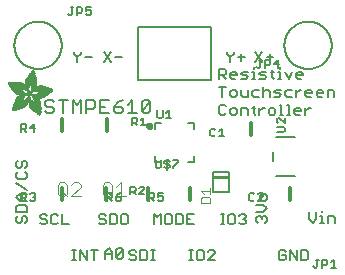
<source format=gbr>
G04 EAGLE Gerber RS-274X export*
G75*
%MOMM*%
%FSLAX34Y34*%
%LPD*%
%INSilkscreen Top*%
%IPPOS*%
%AMOC8*
5,1,8,0,0,1.08239X$1,22.5*%
G01*
%ADD10C,0.177800*%
%ADD11C,0.127000*%
%ADD12C,0.152400*%
%ADD13C,0.304800*%
%ADD14C,0.203200*%
%ADD15C,0.101600*%
%ADD16C,0.076200*%
%ADD17R,0.050800X0.006300*%
%ADD18R,0.082600X0.006400*%
%ADD19R,0.120600X0.006300*%
%ADD20R,0.139700X0.006400*%
%ADD21R,0.158800X0.006300*%
%ADD22R,0.177800X0.006400*%
%ADD23R,0.196800X0.006300*%
%ADD24R,0.215900X0.006400*%
%ADD25R,0.228600X0.006300*%
%ADD26R,0.241300X0.006400*%
%ADD27R,0.254000X0.006300*%
%ADD28R,0.266700X0.006400*%
%ADD29R,0.279400X0.006300*%
%ADD30R,0.285700X0.006400*%
%ADD31R,0.298400X0.006300*%
%ADD32R,0.311200X0.006400*%
%ADD33R,0.317500X0.006300*%
%ADD34R,0.330200X0.006400*%
%ADD35R,0.336600X0.006300*%
%ADD36R,0.349200X0.006400*%
%ADD37R,0.361900X0.006300*%
%ADD38R,0.368300X0.006400*%
%ADD39R,0.381000X0.006300*%
%ADD40R,0.387300X0.006400*%
%ADD41R,0.393700X0.006300*%
%ADD42R,0.406400X0.006400*%
%ADD43R,0.412700X0.006300*%
%ADD44R,0.419100X0.006400*%
%ADD45R,0.431800X0.006300*%
%ADD46R,0.438100X0.006400*%
%ADD47R,0.450800X0.006300*%
%ADD48R,0.457200X0.006400*%
%ADD49R,0.463500X0.006300*%
%ADD50R,0.476200X0.006400*%
%ADD51R,0.482600X0.006300*%
%ADD52R,0.488900X0.006400*%
%ADD53R,0.501600X0.006300*%
%ADD54R,0.508000X0.006400*%
%ADD55R,0.514300X0.006300*%
%ADD56R,0.527000X0.006400*%
%ADD57R,0.533400X0.006300*%
%ADD58R,0.546100X0.006400*%
%ADD59R,0.552400X0.006300*%
%ADD60R,0.558800X0.006400*%
%ADD61R,0.571500X0.006300*%
%ADD62R,0.577800X0.006400*%
%ADD63R,0.584200X0.006300*%
%ADD64R,0.596900X0.006400*%
%ADD65R,0.603200X0.006300*%
%ADD66R,0.609600X0.006400*%
%ADD67R,0.622300X0.006300*%
%ADD68R,0.628600X0.006400*%
%ADD69R,0.641300X0.006300*%
%ADD70R,0.647700X0.006400*%
%ADD71R,0.063500X0.006300*%
%ADD72R,0.654000X0.006300*%
%ADD73R,0.101600X0.006400*%
%ADD74R,0.666700X0.006400*%
%ADD75R,0.139700X0.006300*%
%ADD76R,0.673100X0.006300*%
%ADD77R,0.165100X0.006400*%
%ADD78R,0.679400X0.006400*%
%ADD79R,0.196900X0.006300*%
%ADD80R,0.692100X0.006300*%
%ADD81R,0.222200X0.006400*%
%ADD82R,0.698500X0.006400*%
%ADD83R,0.247700X0.006300*%
%ADD84R,0.704800X0.006300*%
%ADD85R,0.279400X0.006400*%
%ADD86R,0.717500X0.006400*%
%ADD87R,0.298500X0.006300*%
%ADD88R,0.723900X0.006300*%
%ADD89R,0.736600X0.006400*%
%ADD90R,0.342900X0.006300*%
%ADD91R,0.742900X0.006300*%
%ADD92R,0.374700X0.006400*%
%ADD93R,0.749300X0.006400*%
%ADD94R,0.762000X0.006300*%
%ADD95R,0.412700X0.006400*%
%ADD96R,0.768300X0.006400*%
%ADD97R,0.438100X0.006300*%
%ADD98R,0.774700X0.006300*%
%ADD99R,0.463600X0.006400*%
%ADD100R,0.787400X0.006400*%
%ADD101R,0.793700X0.006300*%
%ADD102R,0.495300X0.006400*%
%ADD103R,0.800100X0.006400*%
%ADD104R,0.520700X0.006300*%
%ADD105R,0.812800X0.006300*%
%ADD106R,0.533400X0.006400*%
%ADD107R,0.819100X0.006400*%
%ADD108R,0.558800X0.006300*%
%ADD109R,0.825500X0.006300*%
%ADD110R,0.577900X0.006400*%
%ADD111R,0.831800X0.006400*%
%ADD112R,0.596900X0.006300*%
%ADD113R,0.844500X0.006300*%
%ADD114R,0.616000X0.006400*%
%ADD115R,0.850900X0.006400*%
%ADD116R,0.635000X0.006300*%
%ADD117R,0.857200X0.006300*%
%ADD118R,0.654100X0.006400*%
%ADD119R,0.863600X0.006400*%
%ADD120R,0.666700X0.006300*%
%ADD121R,0.869900X0.006300*%
%ADD122R,0.685800X0.006400*%
%ADD123R,0.876300X0.006400*%
%ADD124R,0.882600X0.006300*%
%ADD125R,0.723900X0.006400*%
%ADD126R,0.889000X0.006400*%
%ADD127R,0.895300X0.006300*%
%ADD128R,0.755700X0.006400*%
%ADD129R,0.901700X0.006400*%
%ADD130R,0.908000X0.006300*%
%ADD131R,0.793800X0.006400*%
%ADD132R,0.914400X0.006400*%
%ADD133R,0.806400X0.006300*%
%ADD134R,0.920700X0.006300*%
%ADD135R,0.825500X0.006400*%
%ADD136R,0.927100X0.006400*%
%ADD137R,0.933400X0.006300*%
%ADD138R,0.857300X0.006400*%
%ADD139R,0.939800X0.006400*%
%ADD140R,0.870000X0.006300*%
%ADD141R,0.939800X0.006300*%
%ADD142R,0.946100X0.006400*%
%ADD143R,0.952500X0.006300*%
%ADD144R,0.908000X0.006400*%
%ADD145R,0.958800X0.006400*%
%ADD146R,0.965200X0.006300*%
%ADD147R,0.965200X0.006400*%
%ADD148R,0.971500X0.006300*%
%ADD149R,0.952500X0.006400*%
%ADD150R,0.977900X0.006400*%
%ADD151R,0.958800X0.006300*%
%ADD152R,0.984200X0.006300*%
%ADD153R,0.971500X0.006400*%
%ADD154R,0.984200X0.006400*%
%ADD155R,0.990600X0.006300*%
%ADD156R,0.984300X0.006400*%
%ADD157R,0.996900X0.006400*%
%ADD158R,0.997000X0.006300*%
%ADD159R,0.996900X0.006300*%
%ADD160R,1.003300X0.006400*%
%ADD161R,1.016000X0.006300*%
%ADD162R,1.009600X0.006300*%
%ADD163R,1.016000X0.006400*%
%ADD164R,1.009600X0.006400*%
%ADD165R,1.022300X0.006300*%
%ADD166R,1.028700X0.006400*%
%ADD167R,1.035100X0.006300*%
%ADD168R,1.047800X0.006400*%
%ADD169R,1.054100X0.006300*%
%ADD170R,1.028700X0.006300*%
%ADD171R,1.054100X0.006400*%
%ADD172R,1.035000X0.006400*%
%ADD173R,1.060400X0.006300*%
%ADD174R,1.035000X0.006300*%
%ADD175R,1.060500X0.006400*%
%ADD176R,1.041400X0.006400*%
%ADD177R,1.066800X0.006300*%
%ADD178R,1.041400X0.006300*%
%ADD179R,1.079500X0.006400*%
%ADD180R,1.047700X0.006400*%
%ADD181R,1.085900X0.006300*%
%ADD182R,1.047700X0.006300*%
%ADD183R,1.085800X0.006400*%
%ADD184R,1.092200X0.006300*%
%ADD185R,1.085900X0.006400*%
%ADD186R,1.098600X0.006300*%
%ADD187R,1.098600X0.006400*%
%ADD188R,1.060400X0.006400*%
%ADD189R,1.104900X0.006300*%
%ADD190R,1.104900X0.006400*%
%ADD191R,1.066800X0.006400*%
%ADD192R,1.111200X0.006300*%
%ADD193R,1.117600X0.006400*%
%ADD194R,1.117600X0.006300*%
%ADD195R,1.073100X0.006300*%
%ADD196R,1.073100X0.006400*%
%ADD197R,1.124000X0.006300*%
%ADD198R,1.079500X0.006300*%
%ADD199R,1.123900X0.006400*%
%ADD200R,1.130300X0.006300*%
%ADD201R,1.130300X0.006400*%
%ADD202R,1.136700X0.006400*%
%ADD203R,1.136700X0.006300*%
%ADD204R,1.085800X0.006300*%
%ADD205R,1.136600X0.006400*%
%ADD206R,1.136600X0.006300*%
%ADD207R,1.143000X0.006400*%
%ADD208R,1.143000X0.006300*%
%ADD209R,1.149400X0.006300*%
%ADD210R,1.149300X0.006300*%
%ADD211R,1.149300X0.006400*%
%ADD212R,1.149400X0.006400*%
%ADD213R,1.155700X0.006400*%
%ADD214R,1.155700X0.006300*%
%ADD215R,1.060500X0.006300*%
%ADD216R,2.197100X0.006400*%
%ADD217R,2.197100X0.006300*%
%ADD218R,2.184400X0.006300*%
%ADD219R,2.184400X0.006400*%
%ADD220R,2.171700X0.006400*%
%ADD221R,2.171700X0.006300*%
%ADD222R,1.530300X0.006400*%
%ADD223R,1.505000X0.006300*%
%ADD224R,1.492300X0.006400*%
%ADD225R,1.485900X0.006300*%
%ADD226R,0.565200X0.006300*%
%ADD227R,1.473200X0.006400*%
%ADD228R,0.565200X0.006400*%
%ADD229R,1.460500X0.006300*%
%ADD230R,1.454100X0.006400*%
%ADD231R,0.552400X0.006400*%
%ADD232R,1.441500X0.006300*%
%ADD233R,0.546100X0.006300*%
%ADD234R,1.435100X0.006400*%
%ADD235R,0.539800X0.006400*%
%ADD236R,1.428800X0.006300*%
%ADD237R,1.422400X0.006400*%
%ADD238R,1.409700X0.006300*%
%ADD239R,0.527100X0.006300*%
%ADD240R,1.403300X0.006400*%
%ADD241R,0.527100X0.006400*%
%ADD242R,1.390700X0.006300*%
%ADD243R,1.384300X0.006400*%
%ADD244R,0.520700X0.006400*%
%ADD245R,1.384300X0.006300*%
%ADD246R,0.514400X0.006300*%
%ADD247R,1.371600X0.006400*%
%ADD248R,1.365200X0.006300*%
%ADD249R,0.508000X0.006300*%
%ADD250R,1.352600X0.006400*%
%ADD251R,0.501700X0.006400*%
%ADD252R,0.711200X0.006300*%
%ADD253R,0.603300X0.006300*%
%ADD254R,0.501700X0.006300*%
%ADD255R,0.692100X0.006400*%
%ADD256R,0.571500X0.006400*%
%ADD257R,0.679400X0.006300*%
%ADD258R,0.495300X0.006300*%
%ADD259R,0.673100X0.006400*%
%ADD260R,0.666800X0.006300*%
%ADD261R,0.488900X0.006300*%
%ADD262R,0.660400X0.006400*%
%ADD263R,0.482600X0.006400*%
%ADD264R,0.476200X0.006300*%
%ADD265R,0.654000X0.006400*%
%ADD266R,0.469900X0.006400*%
%ADD267R,0.476300X0.006400*%
%ADD268R,0.647700X0.006300*%
%ADD269R,0.457200X0.006300*%
%ADD270R,0.469900X0.006300*%
%ADD271R,0.641300X0.006400*%
%ADD272R,0.444500X0.006400*%
%ADD273R,0.463600X0.006300*%
%ADD274R,0.635000X0.006400*%
%ADD275R,0.463500X0.006400*%
%ADD276R,0.393700X0.006400*%
%ADD277R,0.450800X0.006400*%
%ADD278R,0.628600X0.006300*%
%ADD279R,0.387400X0.006300*%
%ADD280R,0.450900X0.006300*%
%ADD281R,0.628700X0.006400*%
%ADD282R,0.374600X0.006400*%
%ADD283R,0.368300X0.006300*%
%ADD284R,0.438200X0.006300*%
%ADD285R,0.622300X0.006400*%
%ADD286R,0.355600X0.006400*%
%ADD287R,0.431800X0.006400*%
%ADD288R,0.349300X0.006300*%
%ADD289R,0.425400X0.006300*%
%ADD290R,0.615900X0.006300*%
%ADD291R,0.330200X0.006300*%
%ADD292R,0.419100X0.006300*%
%ADD293R,0.616000X0.006300*%
%ADD294R,0.311200X0.006300*%
%ADD295R,0.406400X0.006300*%
%ADD296R,0.615900X0.006400*%
%ADD297R,0.304800X0.006400*%
%ADD298R,0.158800X0.006400*%
%ADD299R,0.609600X0.006300*%
%ADD300R,0.292100X0.006300*%
%ADD301R,0.235000X0.006300*%
%ADD302R,0.387400X0.006400*%
%ADD303R,0.292100X0.006400*%
%ADD304R,0.336500X0.006300*%
%ADD305R,0.260400X0.006300*%
%ADD306R,0.603300X0.006400*%
%ADD307R,0.260400X0.006400*%
%ADD308R,0.362000X0.006400*%
%ADD309R,0.450900X0.006400*%
%ADD310R,0.355600X0.006300*%
%ADD311R,0.342900X0.006400*%
%ADD312R,0.514300X0.006400*%
%ADD313R,0.234900X0.006300*%
%ADD314R,0.539700X0.006300*%
%ADD315R,0.603200X0.006400*%
%ADD316R,0.234900X0.006400*%
%ADD317R,0.920700X0.006400*%
%ADD318R,0.958900X0.006400*%
%ADD319R,0.215900X0.006300*%
%ADD320R,0.209600X0.006400*%
%ADD321R,0.203200X0.006300*%
%ADD322R,1.003300X0.006300*%
%ADD323R,0.203200X0.006400*%
%ADD324R,0.196900X0.006400*%
%ADD325R,0.190500X0.006300*%
%ADD326R,0.190500X0.006400*%
%ADD327R,0.184200X0.006300*%
%ADD328R,0.590500X0.006400*%
%ADD329R,0.184200X0.006400*%
%ADD330R,0.590500X0.006300*%
%ADD331R,0.177800X0.006300*%
%ADD332R,0.584200X0.006400*%
%ADD333R,1.168400X0.006400*%
%ADD334R,0.171500X0.006300*%
%ADD335R,1.187500X0.006300*%
%ADD336R,1.200100X0.006400*%
%ADD337R,0.577800X0.006300*%
%ADD338R,1.212900X0.006300*%
%ADD339R,1.231900X0.006400*%
%ADD340R,1.250900X0.006300*%
%ADD341R,0.565100X0.006400*%
%ADD342R,0.184100X0.006400*%
%ADD343R,1.263700X0.006400*%
%ADD344R,0.565100X0.006300*%
%ADD345R,1.289100X0.006300*%
%ADD346R,1.314400X0.006400*%
%ADD347R,0.552500X0.006300*%
%ADD348R,1.568500X0.006300*%
%ADD349R,0.552500X0.006400*%
%ADD350R,1.581200X0.006400*%
%ADD351R,1.593800X0.006300*%
%ADD352R,1.606500X0.006400*%
%ADD353R,1.619300X0.006300*%
%ADD354R,0.514400X0.006400*%
%ADD355R,1.638300X0.006400*%
%ADD356R,1.657300X0.006300*%
%ADD357R,2.209800X0.006400*%
%ADD358R,2.425700X0.006300*%
%ADD359R,2.470100X0.006400*%
%ADD360R,2.501900X0.006300*%
%ADD361R,2.533700X0.006400*%
%ADD362R,2.559000X0.006300*%
%ADD363R,2.584500X0.006400*%
%ADD364R,2.609900X0.006300*%
%ADD365R,2.628900X0.006400*%
%ADD366R,2.660600X0.006300*%
%ADD367R,2.673400X0.006400*%
%ADD368R,1.422400X0.006300*%
%ADD369R,1.200200X0.006300*%
%ADD370R,1.365300X0.006300*%
%ADD371R,1.365300X0.006400*%
%ADD372R,1.352500X0.006300*%
%ADD373R,1.098500X0.006300*%
%ADD374R,1.358900X0.006400*%
%ADD375R,1.352600X0.006300*%
%ADD376R,1.358900X0.006300*%
%ADD377R,1.371600X0.006300*%
%ADD378R,1.377900X0.006400*%
%ADD379R,1.397000X0.006400*%
%ADD380R,1.403300X0.006300*%
%ADD381R,0.914400X0.006300*%
%ADD382R,0.876300X0.006300*%
%ADD383R,0.374600X0.006300*%
%ADD384R,1.073200X0.006400*%
%ADD385R,0.374700X0.006300*%
%ADD386R,0.844600X0.006400*%
%ADD387R,0.844600X0.006300*%
%ADD388R,0.831900X0.006400*%
%ADD389R,1.092200X0.006400*%
%ADD390R,0.400000X0.006300*%
%ADD391R,0.819200X0.006400*%
%ADD392R,1.111300X0.006400*%
%ADD393R,0.812800X0.006400*%
%ADD394R,0.800100X0.006300*%
%ADD395R,0.476300X0.006300*%
%ADD396R,1.181100X0.006300*%
%ADD397R,0.501600X0.006400*%
%ADD398R,1.193800X0.006400*%
%ADD399R,0.781000X0.006400*%
%ADD400R,1.238200X0.006400*%
%ADD401R,0.781100X0.006300*%
%ADD402R,1.257300X0.006300*%
%ADD403R,1.295400X0.006400*%
%ADD404R,1.333500X0.006300*%
%ADD405R,0.774700X0.006400*%
%ADD406R,1.866900X0.006400*%
%ADD407R,0.209600X0.006300*%
%ADD408R,1.866900X0.006300*%
%ADD409R,0.768400X0.006400*%
%ADD410R,0.209500X0.006400*%
%ADD411R,1.860600X0.006400*%
%ADD412R,0.762000X0.006400*%
%ADD413R,0.768400X0.006300*%
%ADD414R,1.860600X0.006300*%
%ADD415R,1.860500X0.006400*%
%ADD416R,0.222300X0.006300*%
%ADD417R,1.854200X0.006300*%
%ADD418R,0.235000X0.006400*%
%ADD419R,1.854200X0.006400*%
%ADD420R,0.768300X0.006300*%
%ADD421R,0.260300X0.006400*%
%ADD422R,1.847800X0.006400*%
%ADD423R,0.266700X0.006300*%
%ADD424R,1.847800X0.006300*%
%ADD425R,0.273100X0.006400*%
%ADD426R,1.841500X0.006400*%
%ADD427R,0.285800X0.006300*%
%ADD428R,1.841500X0.006300*%
%ADD429R,0.298500X0.006400*%
%ADD430R,1.835100X0.006400*%
%ADD431R,0.781000X0.006300*%
%ADD432R,0.304800X0.006300*%
%ADD433R,1.835100X0.006300*%
%ADD434R,0.317500X0.006400*%
%ADD435R,1.828800X0.006400*%
%ADD436R,0.787400X0.006300*%
%ADD437R,0.323800X0.006300*%
%ADD438R,1.828800X0.006300*%
%ADD439R,0.793700X0.006400*%
%ADD440R,1.822400X0.006400*%
%ADD441R,0.806500X0.006300*%
%ADD442R,1.822400X0.006300*%
%ADD443R,1.816100X0.006400*%
%ADD444R,0.819100X0.006300*%
%ADD445R,0.387300X0.006300*%
%ADD446R,1.816100X0.006300*%
%ADD447R,1.809800X0.006400*%
%ADD448R,1.803400X0.006300*%
%ADD449R,1.797000X0.006400*%
%ADD450R,0.901700X0.006300*%
%ADD451R,1.797000X0.006300*%
%ADD452R,1.441400X0.006400*%
%ADD453R,1.790700X0.006400*%
%ADD454R,1.447800X0.006300*%
%ADD455R,1.784300X0.006300*%
%ADD456R,1.447800X0.006400*%
%ADD457R,1.784300X0.006400*%
%ADD458R,1.454100X0.006300*%
%ADD459R,1.771700X0.006300*%
%ADD460R,1.460500X0.006400*%
%ADD461R,1.759000X0.006400*%
%ADD462R,1.466800X0.006300*%
%ADD463R,1.752600X0.006300*%
%ADD464R,1.466800X0.006400*%
%ADD465R,1.739900X0.006400*%
%ADD466R,1.473200X0.006300*%
%ADD467R,1.727200X0.006300*%
%ADD468R,1.479500X0.006400*%
%ADD469R,1.714500X0.006400*%
%ADD470R,1.695400X0.006300*%
%ADD471R,1.485900X0.006400*%
%ADD472R,1.682700X0.006400*%
%ADD473R,1.492200X0.006300*%
%ADD474R,1.663700X0.006300*%
%ADD475R,1.498600X0.006400*%
%ADD476R,1.644600X0.006400*%
%ADD477R,1.498600X0.006300*%
%ADD478R,1.619200X0.006300*%
%ADD479R,1.511300X0.006400*%
%ADD480R,1.600200X0.006400*%
%ADD481R,1.517700X0.006300*%
%ADD482R,1.574800X0.006300*%
%ADD483R,1.524000X0.006400*%
%ADD484R,1.555800X0.006400*%
%ADD485R,1.524000X0.006300*%
%ADD486R,1.536700X0.006300*%
%ADD487R,1.530400X0.006400*%
%ADD488R,1.517700X0.006400*%
%ADD489R,1.492300X0.006300*%
%ADD490R,1.549400X0.006400*%
%ADD491R,1.479600X0.006400*%
%ADD492R,1.549400X0.006300*%
%ADD493R,1.555700X0.006400*%
%ADD494R,1.562100X0.006300*%
%ADD495R,0.323900X0.006300*%
%ADD496R,1.568400X0.006400*%
%ADD497R,0.336600X0.006400*%
%ADD498R,1.587500X0.006300*%
%ADD499R,0.971600X0.006300*%
%ADD500R,0.349300X0.006400*%
%ADD501R,1.600200X0.006300*%
%ADD502R,0.920800X0.006300*%
%ADD503R,0.882700X0.006400*%
%ADD504R,1.612900X0.006300*%
%ADD505R,0.362000X0.006300*%
%ADD506R,1.625600X0.006400*%
%ADD507R,1.625600X0.006300*%
%ADD508R,1.644600X0.006300*%
%ADD509R,0.736600X0.006300*%
%ADD510R,0.717600X0.006400*%
%ADD511R,1.657400X0.006300*%
%ADD512R,0.679500X0.006300*%
%ADD513R,1.663700X0.006400*%
%ADD514R,0.400000X0.006400*%
%ADD515R,1.676400X0.006300*%
%ADD516R,1.676400X0.006400*%
%ADD517R,0.425500X0.006400*%
%ADD518R,1.352500X0.006400*%
%ADD519R,0.444500X0.006300*%
%ADD520R,0.361900X0.006400*%
%ADD521R,0.088900X0.006300*%
%ADD522R,1.009700X0.006300*%
%ADD523R,1.009700X0.006400*%
%ADD524R,1.022300X0.006400*%
%ADD525R,1.346200X0.006400*%
%ADD526R,1.346200X0.006300*%
%ADD527R,1.339900X0.006400*%
%ADD528R,1.035100X0.006400*%
%ADD529R,1.339800X0.006300*%
%ADD530R,1.333500X0.006400*%
%ADD531R,1.327200X0.006400*%
%ADD532R,1.320800X0.006300*%
%ADD533R,1.314500X0.006400*%
%ADD534R,1.314400X0.006300*%
%ADD535R,1.301700X0.006400*%
%ADD536R,1.295400X0.006300*%
%ADD537R,1.289000X0.006400*%
%ADD538R,1.276300X0.006300*%
%ADD539R,1.251000X0.006300*%
%ADD540R,1.244600X0.006400*%
%ADD541R,1.231900X0.006300*%
%ADD542R,1.212800X0.006400*%
%ADD543R,1.200100X0.006300*%
%ADD544R,1.187400X0.006400*%
%ADD545R,1.168400X0.006300*%
%ADD546R,1.047800X0.006300*%
%ADD547R,0.977900X0.006300*%
%ADD548R,0.946200X0.006400*%
%ADD549R,0.933400X0.006400*%
%ADD550R,0.895300X0.006400*%
%ADD551R,0.882700X0.006300*%
%ADD552R,0.863600X0.006300*%
%ADD553R,0.857200X0.006400*%
%ADD554R,0.850900X0.006300*%
%ADD555R,0.838200X0.006300*%
%ADD556R,0.806500X0.006400*%
%ADD557R,0.717600X0.006300*%
%ADD558R,0.711200X0.006400*%
%ADD559R,0.641400X0.006400*%
%ADD560R,0.641400X0.006300*%
%ADD561R,0.628700X0.006300*%
%ADD562R,0.590600X0.006300*%
%ADD563R,0.539700X0.006400*%
%ADD564R,0.285700X0.006300*%
%ADD565R,0.222200X0.006300*%
%ADD566R,0.171400X0.006300*%
%ADD567R,0.152400X0.006400*%
%ADD568R,0.133400X0.006300*%


D10*
X55839Y178188D02*
X55839Y176790D01*
X58635Y173994D01*
X61431Y176790D01*
X61431Y178188D01*
X58635Y173994D02*
X58635Y169799D01*
X65194Y173994D02*
X70787Y173994D01*
X209509Y178188D02*
X215101Y169799D01*
X209509Y169799D02*
X215101Y178188D01*
X218864Y173994D02*
X224457Y173994D01*
X221660Y176790D02*
X221660Y171197D01*
X185379Y176790D02*
X185379Y178188D01*
X185379Y176790D02*
X188175Y173994D01*
X190971Y176790D01*
X190971Y178188D01*
X188175Y173994D02*
X188175Y169799D01*
X194734Y173994D02*
X200327Y173994D01*
X197530Y176790D02*
X197530Y171197D01*
X86831Y169799D02*
X81239Y178188D01*
X86831Y178188D02*
X81239Y169799D01*
X90594Y173994D02*
X96187Y173994D01*
D11*
X255088Y42553D02*
X255088Y36621D01*
X258054Y33655D01*
X261020Y36621D01*
X261020Y42553D01*
X264443Y39587D02*
X265926Y39587D01*
X265926Y33655D01*
X264443Y33655D02*
X267409Y33655D01*
X265926Y42553D02*
X265926Y44036D01*
X270680Y39587D02*
X270680Y33655D01*
X270680Y39587D02*
X275129Y39587D01*
X276612Y38104D01*
X276612Y33655D01*
X235041Y9320D02*
X233558Y10803D01*
X230592Y10803D01*
X229109Y9320D01*
X229109Y3388D01*
X230592Y1905D01*
X233558Y1905D01*
X235041Y3388D01*
X235041Y6354D01*
X232075Y6354D01*
X238465Y1905D02*
X238465Y10803D01*
X244396Y1905D01*
X244396Y10803D01*
X247820Y10803D02*
X247820Y1905D01*
X252269Y1905D01*
X253752Y3388D01*
X253752Y9320D01*
X252269Y10803D01*
X247820Y10803D01*
X33111Y39800D02*
X31628Y41283D01*
X28662Y41283D01*
X27179Y39800D01*
X27179Y38317D01*
X28662Y36834D01*
X31628Y36834D01*
X33111Y35351D01*
X33111Y33868D01*
X31628Y32385D01*
X28662Y32385D01*
X27179Y33868D01*
X40983Y41283D02*
X42466Y39800D01*
X40983Y41283D02*
X38018Y41283D01*
X36535Y39800D01*
X36535Y33868D01*
X38018Y32385D01*
X40983Y32385D01*
X42466Y33868D01*
X45890Y32385D02*
X45890Y41283D01*
X45890Y32385D02*
X51822Y32385D01*
X8460Y39587D02*
X6977Y38104D01*
X6977Y35138D01*
X8460Y33655D01*
X9943Y33655D01*
X11426Y35138D01*
X11426Y38104D01*
X12909Y39587D01*
X14392Y39587D01*
X15875Y38104D01*
X15875Y35138D01*
X14392Y33655D01*
X15875Y43010D02*
X6977Y43010D01*
X15875Y43010D02*
X15875Y47459D01*
X14392Y48942D01*
X8460Y48942D01*
X6977Y47459D01*
X6977Y43010D01*
X9943Y52365D02*
X15875Y52365D01*
X9943Y52365D02*
X6977Y55331D01*
X9943Y58297D01*
X15875Y58297D01*
X11426Y58297D02*
X11426Y52365D01*
X15875Y61721D02*
X6977Y67652D01*
X6977Y75525D02*
X8460Y77007D01*
X6977Y75525D02*
X6977Y72559D01*
X8460Y71076D01*
X14392Y71076D01*
X15875Y72559D01*
X15875Y75525D01*
X14392Y77007D01*
X6977Y84880D02*
X8460Y86363D01*
X6977Y84880D02*
X6977Y81914D01*
X8460Y80431D01*
X9943Y80431D01*
X11426Y81914D01*
X11426Y84880D01*
X12909Y86363D01*
X14392Y86363D01*
X15875Y84880D01*
X15875Y81914D01*
X14392Y80431D01*
X82255Y9107D02*
X82255Y3175D01*
X82255Y9107D02*
X85220Y12073D01*
X88186Y9107D01*
X88186Y3175D01*
X88186Y7624D02*
X82255Y7624D01*
X91610Y4658D02*
X91610Y10590D01*
X93093Y12073D01*
X96059Y12073D01*
X97542Y10590D01*
X97542Y4658D01*
X96059Y3175D01*
X93093Y3175D01*
X91610Y4658D01*
X97542Y10590D01*
X57394Y1905D02*
X54428Y1905D01*
X55911Y1905D02*
X55911Y10803D01*
X54428Y10803D02*
X57394Y10803D01*
X60665Y10803D02*
X60665Y1905D01*
X66596Y1905D02*
X60665Y10803D01*
X66596Y10803D02*
X66596Y1905D01*
X72986Y1905D02*
X72986Y10803D01*
X70020Y10803D02*
X75952Y10803D01*
D12*
X38699Y135813D02*
X36835Y137678D01*
X33106Y137678D01*
X31242Y135813D01*
X31242Y133949D01*
X33106Y132085D01*
X36835Y132085D01*
X38699Y130221D01*
X38699Y128356D01*
X36835Y126492D01*
X33106Y126492D01*
X31242Y128356D01*
X46664Y126492D02*
X46664Y137678D01*
X42936Y137678D02*
X50393Y137678D01*
X54630Y137678D02*
X54630Y126492D01*
X58358Y133949D02*
X54630Y137678D01*
X58358Y133949D02*
X62087Y137678D01*
X62087Y126492D01*
X66324Y126492D02*
X66324Y137678D01*
X71917Y137678D01*
X73781Y135813D01*
X73781Y132085D01*
X71917Y130221D01*
X66324Y130221D01*
X78018Y137678D02*
X85475Y137678D01*
X78018Y137678D02*
X78018Y126492D01*
X85475Y126492D01*
X81746Y132085D02*
X78018Y132085D01*
X93440Y135813D02*
X97169Y137678D01*
X93440Y135813D02*
X89712Y132085D01*
X89712Y128356D01*
X91576Y126492D01*
X95305Y126492D01*
X97169Y128356D01*
X97169Y130221D01*
X95305Y132085D01*
X89712Y132085D01*
X101406Y133949D02*
X105134Y137678D01*
X105134Y126492D01*
X101406Y126492D02*
X108863Y126492D01*
X113100Y128356D02*
X113100Y135813D01*
X114964Y137678D01*
X118693Y137678D01*
X120557Y135813D01*
X120557Y128356D01*
X118693Y126492D01*
X114964Y126492D01*
X113100Y128356D01*
X120557Y135813D01*
X178562Y155702D02*
X178562Y164345D01*
X182884Y164345D01*
X184324Y162905D01*
X184324Y160024D01*
X182884Y158583D01*
X178562Y158583D01*
X181443Y158583D02*
X184324Y155702D01*
X189358Y155702D02*
X192239Y155702D01*
X189358Y155702D02*
X187917Y157143D01*
X187917Y160024D01*
X189358Y161464D01*
X192239Y161464D01*
X193679Y160024D01*
X193679Y158583D01*
X187917Y158583D01*
X197272Y155702D02*
X201594Y155702D01*
X203035Y157143D01*
X201594Y158583D01*
X198713Y158583D01*
X197272Y160024D01*
X198713Y161464D01*
X203035Y161464D01*
X206628Y161464D02*
X208068Y161464D01*
X208068Y155702D01*
X206628Y155702D02*
X209509Y155702D01*
X208068Y164345D02*
X208068Y165786D01*
X212864Y155702D02*
X217186Y155702D01*
X218627Y157143D01*
X217186Y158583D01*
X214305Y158583D01*
X212864Y160024D01*
X214305Y161464D01*
X218627Y161464D01*
X223660Y162905D02*
X223660Y157143D01*
X225101Y155702D01*
X225101Y161464D02*
X222220Y161464D01*
X228456Y161464D02*
X229897Y161464D01*
X229897Y155702D01*
X231337Y155702D02*
X228456Y155702D01*
X229897Y164345D02*
X229897Y165786D01*
X234693Y161464D02*
X237574Y155702D01*
X240455Y161464D01*
X245489Y155702D02*
X248370Y155702D01*
X245489Y155702D02*
X244048Y157143D01*
X244048Y160024D01*
X245489Y161464D01*
X248370Y161464D01*
X249811Y160024D01*
X249811Y158583D01*
X244048Y158583D01*
X181443Y149105D02*
X181443Y140462D01*
X178562Y149105D02*
X184324Y149105D01*
X189358Y140462D02*
X192239Y140462D01*
X193679Y141903D01*
X193679Y144784D01*
X192239Y146224D01*
X189358Y146224D01*
X187917Y144784D01*
X187917Y141903D01*
X189358Y140462D01*
X197272Y141903D02*
X197272Y146224D01*
X197272Y141903D02*
X198713Y140462D01*
X203035Y140462D01*
X203035Y146224D01*
X208068Y146224D02*
X212390Y146224D01*
X208068Y146224D02*
X206628Y144784D01*
X206628Y141903D01*
X208068Y140462D01*
X212390Y140462D01*
X215983Y140462D02*
X215983Y149105D01*
X217423Y146224D02*
X215983Y144784D01*
X217423Y146224D02*
X220304Y146224D01*
X221745Y144784D01*
X221745Y140462D01*
X225338Y140462D02*
X229660Y140462D01*
X231100Y141903D01*
X229660Y143343D01*
X226779Y143343D01*
X225338Y144784D01*
X226779Y146224D01*
X231100Y146224D01*
X236134Y146224D02*
X240455Y146224D01*
X236134Y146224D02*
X234693Y144784D01*
X234693Y141903D01*
X236134Y140462D01*
X240455Y140462D01*
X244048Y140462D02*
X244048Y146224D01*
X244048Y143343D02*
X246929Y146224D01*
X248370Y146224D01*
X253285Y140462D02*
X256166Y140462D01*
X253285Y140462D02*
X251844Y141903D01*
X251844Y144784D01*
X253285Y146224D01*
X256166Y146224D01*
X257607Y144784D01*
X257607Y143343D01*
X251844Y143343D01*
X262640Y140462D02*
X265521Y140462D01*
X262640Y140462D02*
X261199Y141903D01*
X261199Y144784D01*
X262640Y146224D01*
X265521Y146224D01*
X266962Y144784D01*
X266962Y143343D01*
X261199Y143343D01*
X270555Y140462D02*
X270555Y146224D01*
X274876Y146224D01*
X276317Y144784D01*
X276317Y140462D01*
X184324Y132425D02*
X182884Y133865D01*
X180003Y133865D01*
X178562Y132425D01*
X178562Y126663D01*
X180003Y125222D01*
X182884Y125222D01*
X184324Y126663D01*
X189358Y125222D02*
X192239Y125222D01*
X193679Y126663D01*
X193679Y129544D01*
X192239Y130984D01*
X189358Y130984D01*
X187917Y129544D01*
X187917Y126663D01*
X189358Y125222D01*
X197272Y125222D02*
X197272Y130984D01*
X201594Y130984D01*
X203035Y129544D01*
X203035Y125222D01*
X208068Y126663D02*
X208068Y132425D01*
X208068Y126663D02*
X209509Y125222D01*
X209509Y130984D02*
X206628Y130984D01*
X212864Y130984D02*
X212864Y125222D01*
X212864Y128103D02*
X215745Y130984D01*
X217186Y130984D01*
X222101Y125222D02*
X224982Y125222D01*
X226423Y126663D01*
X226423Y129544D01*
X224982Y130984D01*
X222101Y130984D01*
X220660Y129544D01*
X220660Y126663D01*
X222101Y125222D01*
X230016Y133865D02*
X231456Y133865D01*
X231456Y125222D01*
X230016Y125222D02*
X232897Y125222D01*
X236252Y133865D02*
X237693Y133865D01*
X237693Y125222D01*
X239133Y125222D02*
X236252Y125222D01*
X243930Y125222D02*
X246811Y125222D01*
X243930Y125222D02*
X242489Y126663D01*
X242489Y129544D01*
X243930Y130984D01*
X246811Y130984D01*
X248251Y129544D01*
X248251Y128103D01*
X242489Y128103D01*
X251844Y125222D02*
X251844Y130984D01*
X251844Y128103D02*
X254725Y130984D01*
X256166Y130984D01*
D11*
X123234Y41283D02*
X123234Y32385D01*
X126200Y38317D02*
X123234Y41283D01*
X126200Y38317D02*
X129166Y41283D01*
X129166Y32385D01*
X134072Y41283D02*
X137038Y41283D01*
X134072Y41283D02*
X132589Y39800D01*
X132589Y33868D01*
X134072Y32385D01*
X137038Y32385D01*
X138521Y33868D01*
X138521Y39800D01*
X137038Y41283D01*
X141945Y41283D02*
X141945Y32385D01*
X146393Y32385D01*
X147876Y33868D01*
X147876Y39800D01*
X146393Y41283D01*
X141945Y41283D01*
X151300Y41283D02*
X157232Y41283D01*
X151300Y41283D02*
X151300Y32385D01*
X157232Y32385D01*
X154266Y36834D02*
X151300Y36834D01*
X210177Y35138D02*
X211660Y33655D01*
X210177Y35138D02*
X210177Y38104D01*
X211660Y39587D01*
X213143Y39587D01*
X214626Y38104D01*
X214626Y36621D01*
X214626Y38104D02*
X216109Y39587D01*
X217592Y39587D01*
X219075Y38104D01*
X219075Y35138D01*
X217592Y33655D01*
X216109Y43010D02*
X210177Y43010D01*
X216109Y43010D02*
X219075Y45976D01*
X216109Y48942D01*
X210177Y48942D01*
X219075Y53848D02*
X219075Y56814D01*
X217592Y58297D01*
X214626Y58297D01*
X213143Y56814D01*
X213143Y53848D01*
X214626Y52365D01*
X217592Y52365D01*
X219075Y53848D01*
X183124Y32385D02*
X180158Y32385D01*
X181641Y32385D02*
X181641Y41283D01*
X180158Y41283D02*
X183124Y41283D01*
X187878Y41283D02*
X190843Y41283D01*
X187878Y41283D02*
X186395Y39800D01*
X186395Y33868D01*
X187878Y32385D01*
X190843Y32385D01*
X192326Y33868D01*
X192326Y39800D01*
X190843Y41283D01*
X195750Y39800D02*
X197233Y41283D01*
X200199Y41283D01*
X201682Y39800D01*
X201682Y38317D01*
X200199Y36834D01*
X198716Y36834D01*
X200199Y36834D02*
X201682Y35351D01*
X201682Y33868D01*
X200199Y32385D01*
X197233Y32385D01*
X195750Y33868D01*
X156454Y1905D02*
X153488Y1905D01*
X154971Y1905D02*
X154971Y10803D01*
X153488Y10803D02*
X156454Y10803D01*
X161208Y10803D02*
X164173Y10803D01*
X161208Y10803D02*
X159725Y9320D01*
X159725Y3388D01*
X161208Y1905D01*
X164173Y1905D01*
X165656Y3388D01*
X165656Y9320D01*
X164173Y10803D01*
X169080Y1905D02*
X175012Y1905D01*
X169080Y1905D02*
X175012Y7837D01*
X175012Y9320D01*
X173529Y10803D01*
X170563Y10803D01*
X169080Y9320D01*
X108620Y9320D02*
X107137Y10803D01*
X104171Y10803D01*
X102688Y9320D01*
X102688Y7837D01*
X104171Y6354D01*
X107137Y6354D01*
X108620Y4871D01*
X108620Y3388D01*
X107137Y1905D01*
X104171Y1905D01*
X102688Y3388D01*
X112043Y1905D02*
X112043Y10803D01*
X112043Y1905D02*
X116492Y1905D01*
X117975Y3388D01*
X117975Y9320D01*
X116492Y10803D01*
X112043Y10803D01*
X121398Y1905D02*
X124364Y1905D01*
X122881Y1905D02*
X122881Y10803D01*
X121398Y10803D02*
X124364Y10803D01*
X82641Y39800D02*
X81158Y41283D01*
X78192Y41283D01*
X76709Y39800D01*
X76709Y38317D01*
X78192Y36834D01*
X81158Y36834D01*
X82641Y35351D01*
X82641Y33868D01*
X81158Y32385D01*
X78192Y32385D01*
X76709Y33868D01*
X86065Y32385D02*
X86065Y41283D01*
X86065Y32385D02*
X90513Y32385D01*
X91996Y33868D01*
X91996Y39800D01*
X90513Y41283D01*
X86065Y41283D01*
X96903Y41283D02*
X99869Y41283D01*
X96903Y41283D02*
X95420Y39800D01*
X95420Y33868D01*
X96903Y32385D01*
X99869Y32385D01*
X101352Y33868D01*
X101352Y39800D01*
X99869Y41283D01*
X124470Y118100D02*
X129420Y118100D01*
X124470Y118100D02*
X124470Y113150D01*
X152520Y118100D02*
X157470Y118100D01*
X157470Y113150D01*
X124470Y90050D02*
X124470Y85100D01*
X129420Y85100D01*
X157470Y85100D02*
X157470Y90050D01*
X157470Y85100D02*
X152520Y85100D01*
D13*
X118556Y115600D02*
X118558Y115675D01*
X118564Y115749D01*
X118574Y115823D01*
X118587Y115896D01*
X118605Y115969D01*
X118626Y116040D01*
X118651Y116111D01*
X118680Y116180D01*
X118713Y116247D01*
X118749Y116312D01*
X118788Y116376D01*
X118830Y116437D01*
X118876Y116496D01*
X118925Y116553D01*
X118977Y116606D01*
X119031Y116657D01*
X119088Y116706D01*
X119148Y116750D01*
X119210Y116792D01*
X119274Y116831D01*
X119340Y116866D01*
X119407Y116897D01*
X119477Y116925D01*
X119547Y116949D01*
X119619Y116970D01*
X119692Y116986D01*
X119765Y116999D01*
X119840Y117008D01*
X119914Y117013D01*
X119989Y117014D01*
X120063Y117011D01*
X120138Y117004D01*
X120211Y116993D01*
X120285Y116979D01*
X120357Y116960D01*
X120428Y116938D01*
X120498Y116912D01*
X120567Y116882D01*
X120633Y116849D01*
X120698Y116812D01*
X120761Y116772D01*
X120822Y116728D01*
X120880Y116682D01*
X120936Y116632D01*
X120989Y116580D01*
X121040Y116525D01*
X121087Y116467D01*
X121131Y116407D01*
X121172Y116344D01*
X121210Y116280D01*
X121244Y116214D01*
X121275Y116145D01*
X121302Y116076D01*
X121325Y116005D01*
X121344Y115933D01*
X121360Y115860D01*
X121372Y115786D01*
X121380Y115712D01*
X121384Y115637D01*
X121384Y115563D01*
X121380Y115488D01*
X121372Y115414D01*
X121360Y115340D01*
X121344Y115267D01*
X121325Y115195D01*
X121302Y115124D01*
X121275Y115055D01*
X121244Y114986D01*
X121210Y114920D01*
X121172Y114856D01*
X121131Y114793D01*
X121087Y114733D01*
X121040Y114675D01*
X120989Y114620D01*
X120936Y114568D01*
X120880Y114518D01*
X120822Y114472D01*
X120761Y114428D01*
X120698Y114388D01*
X120633Y114351D01*
X120567Y114318D01*
X120498Y114288D01*
X120428Y114262D01*
X120357Y114240D01*
X120285Y114221D01*
X120211Y114207D01*
X120138Y114196D01*
X120063Y114189D01*
X119989Y114186D01*
X119914Y114187D01*
X119840Y114192D01*
X119765Y114201D01*
X119692Y114214D01*
X119619Y114230D01*
X119547Y114251D01*
X119477Y114275D01*
X119407Y114303D01*
X119340Y114334D01*
X119274Y114369D01*
X119210Y114408D01*
X119148Y114450D01*
X119088Y114494D01*
X119031Y114543D01*
X118977Y114594D01*
X118925Y114647D01*
X118876Y114704D01*
X118830Y114763D01*
X118788Y114824D01*
X118749Y114888D01*
X118713Y114953D01*
X118680Y115020D01*
X118651Y115089D01*
X118626Y115160D01*
X118605Y115231D01*
X118587Y115304D01*
X118574Y115377D01*
X118564Y115451D01*
X118558Y115525D01*
X118556Y115600D01*
D12*
X126492Y123784D02*
X126492Y129292D01*
X126492Y123784D02*
X127594Y122682D01*
X129797Y122682D01*
X130898Y123784D01*
X130898Y129292D01*
X133976Y127088D02*
X136179Y129292D01*
X136179Y122682D01*
X133976Y122682D02*
X138383Y122682D01*
D13*
X205740Y118110D02*
X205740Y107950D01*
D12*
X175620Y112442D02*
X174519Y113544D01*
X172315Y113544D01*
X171214Y112442D01*
X171214Y108036D01*
X172315Y106934D01*
X174519Y106934D01*
X175620Y108036D01*
X178698Y111340D02*
X180901Y113544D01*
X180901Y106934D01*
X178698Y106934D02*
X183104Y106934D01*
D14*
X5400Y184150D02*
X5406Y184641D01*
X5424Y185131D01*
X5454Y185621D01*
X5496Y186110D01*
X5550Y186598D01*
X5616Y187085D01*
X5694Y187569D01*
X5784Y188052D01*
X5886Y188532D01*
X5999Y189010D01*
X6124Y189484D01*
X6261Y189956D01*
X6409Y190424D01*
X6569Y190888D01*
X6740Y191348D01*
X6922Y191804D01*
X7116Y192255D01*
X7320Y192701D01*
X7536Y193142D01*
X7762Y193578D01*
X7998Y194008D01*
X8245Y194432D01*
X8503Y194850D01*
X8771Y195261D01*
X9048Y195666D01*
X9336Y196064D01*
X9633Y196455D01*
X9940Y196838D01*
X10256Y197213D01*
X10581Y197581D01*
X10915Y197941D01*
X11258Y198292D01*
X11609Y198635D01*
X11969Y198969D01*
X12337Y199294D01*
X12712Y199610D01*
X13095Y199917D01*
X13486Y200214D01*
X13884Y200502D01*
X14289Y200779D01*
X14700Y201047D01*
X15118Y201305D01*
X15542Y201552D01*
X15972Y201788D01*
X16408Y202014D01*
X16849Y202230D01*
X17295Y202434D01*
X17746Y202628D01*
X18202Y202810D01*
X18662Y202981D01*
X19126Y203141D01*
X19594Y203289D01*
X20066Y203426D01*
X20540Y203551D01*
X21018Y203664D01*
X21498Y203766D01*
X21981Y203856D01*
X22465Y203934D01*
X22952Y204000D01*
X23440Y204054D01*
X23929Y204096D01*
X24419Y204126D01*
X24909Y204144D01*
X25400Y204150D01*
X25891Y204144D01*
X26381Y204126D01*
X26871Y204096D01*
X27360Y204054D01*
X27848Y204000D01*
X28335Y203934D01*
X28819Y203856D01*
X29302Y203766D01*
X29782Y203664D01*
X30260Y203551D01*
X30734Y203426D01*
X31206Y203289D01*
X31674Y203141D01*
X32138Y202981D01*
X32598Y202810D01*
X33054Y202628D01*
X33505Y202434D01*
X33951Y202230D01*
X34392Y202014D01*
X34828Y201788D01*
X35258Y201552D01*
X35682Y201305D01*
X36100Y201047D01*
X36511Y200779D01*
X36916Y200502D01*
X37314Y200214D01*
X37705Y199917D01*
X38088Y199610D01*
X38463Y199294D01*
X38831Y198969D01*
X39191Y198635D01*
X39542Y198292D01*
X39885Y197941D01*
X40219Y197581D01*
X40544Y197213D01*
X40860Y196838D01*
X41167Y196455D01*
X41464Y196064D01*
X41752Y195666D01*
X42029Y195261D01*
X42297Y194850D01*
X42555Y194432D01*
X42802Y194008D01*
X43038Y193578D01*
X43264Y193142D01*
X43480Y192701D01*
X43684Y192255D01*
X43878Y191804D01*
X44060Y191348D01*
X44231Y190888D01*
X44391Y190424D01*
X44539Y189956D01*
X44676Y189484D01*
X44801Y189010D01*
X44914Y188532D01*
X45016Y188052D01*
X45106Y187569D01*
X45184Y187085D01*
X45250Y186598D01*
X45304Y186110D01*
X45346Y185621D01*
X45376Y185131D01*
X45394Y184641D01*
X45400Y184150D01*
X45394Y183659D01*
X45376Y183169D01*
X45346Y182679D01*
X45304Y182190D01*
X45250Y181702D01*
X45184Y181215D01*
X45106Y180731D01*
X45016Y180248D01*
X44914Y179768D01*
X44801Y179290D01*
X44676Y178816D01*
X44539Y178344D01*
X44391Y177876D01*
X44231Y177412D01*
X44060Y176952D01*
X43878Y176496D01*
X43684Y176045D01*
X43480Y175599D01*
X43264Y175158D01*
X43038Y174722D01*
X42802Y174292D01*
X42555Y173868D01*
X42297Y173450D01*
X42029Y173039D01*
X41752Y172634D01*
X41464Y172236D01*
X41167Y171845D01*
X40860Y171462D01*
X40544Y171087D01*
X40219Y170719D01*
X39885Y170359D01*
X39542Y170008D01*
X39191Y169665D01*
X38831Y169331D01*
X38463Y169006D01*
X38088Y168690D01*
X37705Y168383D01*
X37314Y168086D01*
X36916Y167798D01*
X36511Y167521D01*
X36100Y167253D01*
X35682Y166995D01*
X35258Y166748D01*
X34828Y166512D01*
X34392Y166286D01*
X33951Y166070D01*
X33505Y165866D01*
X33054Y165672D01*
X32598Y165490D01*
X32138Y165319D01*
X31674Y165159D01*
X31206Y165011D01*
X30734Y164874D01*
X30260Y164749D01*
X29782Y164636D01*
X29302Y164534D01*
X28819Y164444D01*
X28335Y164366D01*
X27848Y164300D01*
X27360Y164246D01*
X26871Y164204D01*
X26381Y164174D01*
X25891Y164156D01*
X25400Y164150D01*
X24909Y164156D01*
X24419Y164174D01*
X23929Y164204D01*
X23440Y164246D01*
X22952Y164300D01*
X22465Y164366D01*
X21981Y164444D01*
X21498Y164534D01*
X21018Y164636D01*
X20540Y164749D01*
X20066Y164874D01*
X19594Y165011D01*
X19126Y165159D01*
X18662Y165319D01*
X18202Y165490D01*
X17746Y165672D01*
X17295Y165866D01*
X16849Y166070D01*
X16408Y166286D01*
X15972Y166512D01*
X15542Y166748D01*
X15118Y166995D01*
X14700Y167253D01*
X14289Y167521D01*
X13884Y167798D01*
X13486Y168086D01*
X13095Y168383D01*
X12712Y168690D01*
X12337Y169006D01*
X11969Y169331D01*
X11609Y169665D01*
X11258Y170008D01*
X10915Y170359D01*
X10581Y170719D01*
X10256Y171087D01*
X9940Y171462D01*
X9633Y171845D01*
X9336Y172236D01*
X9048Y172634D01*
X8771Y173039D01*
X8503Y173450D01*
X8245Y173868D01*
X7998Y174292D01*
X7762Y174722D01*
X7536Y175158D01*
X7320Y175599D01*
X7116Y176045D01*
X6922Y176496D01*
X6740Y176952D01*
X6569Y177412D01*
X6409Y177876D01*
X6261Y178344D01*
X6124Y178816D01*
X5999Y179290D01*
X5886Y179768D01*
X5784Y180248D01*
X5694Y180731D01*
X5616Y181215D01*
X5550Y181702D01*
X5496Y182190D01*
X5454Y182679D01*
X5424Y183169D01*
X5406Y183659D01*
X5400Y184150D01*
X234000Y184150D02*
X234006Y184641D01*
X234024Y185131D01*
X234054Y185621D01*
X234096Y186110D01*
X234150Y186598D01*
X234216Y187085D01*
X234294Y187569D01*
X234384Y188052D01*
X234486Y188532D01*
X234599Y189010D01*
X234724Y189484D01*
X234861Y189956D01*
X235009Y190424D01*
X235169Y190888D01*
X235340Y191348D01*
X235522Y191804D01*
X235716Y192255D01*
X235920Y192701D01*
X236136Y193142D01*
X236362Y193578D01*
X236598Y194008D01*
X236845Y194432D01*
X237103Y194850D01*
X237371Y195261D01*
X237648Y195666D01*
X237936Y196064D01*
X238233Y196455D01*
X238540Y196838D01*
X238856Y197213D01*
X239181Y197581D01*
X239515Y197941D01*
X239858Y198292D01*
X240209Y198635D01*
X240569Y198969D01*
X240937Y199294D01*
X241312Y199610D01*
X241695Y199917D01*
X242086Y200214D01*
X242484Y200502D01*
X242889Y200779D01*
X243300Y201047D01*
X243718Y201305D01*
X244142Y201552D01*
X244572Y201788D01*
X245008Y202014D01*
X245449Y202230D01*
X245895Y202434D01*
X246346Y202628D01*
X246802Y202810D01*
X247262Y202981D01*
X247726Y203141D01*
X248194Y203289D01*
X248666Y203426D01*
X249140Y203551D01*
X249618Y203664D01*
X250098Y203766D01*
X250581Y203856D01*
X251065Y203934D01*
X251552Y204000D01*
X252040Y204054D01*
X252529Y204096D01*
X253019Y204126D01*
X253509Y204144D01*
X254000Y204150D01*
X254491Y204144D01*
X254981Y204126D01*
X255471Y204096D01*
X255960Y204054D01*
X256448Y204000D01*
X256935Y203934D01*
X257419Y203856D01*
X257902Y203766D01*
X258382Y203664D01*
X258860Y203551D01*
X259334Y203426D01*
X259806Y203289D01*
X260274Y203141D01*
X260738Y202981D01*
X261198Y202810D01*
X261654Y202628D01*
X262105Y202434D01*
X262551Y202230D01*
X262992Y202014D01*
X263428Y201788D01*
X263858Y201552D01*
X264282Y201305D01*
X264700Y201047D01*
X265111Y200779D01*
X265516Y200502D01*
X265914Y200214D01*
X266305Y199917D01*
X266688Y199610D01*
X267063Y199294D01*
X267431Y198969D01*
X267791Y198635D01*
X268142Y198292D01*
X268485Y197941D01*
X268819Y197581D01*
X269144Y197213D01*
X269460Y196838D01*
X269767Y196455D01*
X270064Y196064D01*
X270352Y195666D01*
X270629Y195261D01*
X270897Y194850D01*
X271155Y194432D01*
X271402Y194008D01*
X271638Y193578D01*
X271864Y193142D01*
X272080Y192701D01*
X272284Y192255D01*
X272478Y191804D01*
X272660Y191348D01*
X272831Y190888D01*
X272991Y190424D01*
X273139Y189956D01*
X273276Y189484D01*
X273401Y189010D01*
X273514Y188532D01*
X273616Y188052D01*
X273706Y187569D01*
X273784Y187085D01*
X273850Y186598D01*
X273904Y186110D01*
X273946Y185621D01*
X273976Y185131D01*
X273994Y184641D01*
X274000Y184150D01*
X273994Y183659D01*
X273976Y183169D01*
X273946Y182679D01*
X273904Y182190D01*
X273850Y181702D01*
X273784Y181215D01*
X273706Y180731D01*
X273616Y180248D01*
X273514Y179768D01*
X273401Y179290D01*
X273276Y178816D01*
X273139Y178344D01*
X272991Y177876D01*
X272831Y177412D01*
X272660Y176952D01*
X272478Y176496D01*
X272284Y176045D01*
X272080Y175599D01*
X271864Y175158D01*
X271638Y174722D01*
X271402Y174292D01*
X271155Y173868D01*
X270897Y173450D01*
X270629Y173039D01*
X270352Y172634D01*
X270064Y172236D01*
X269767Y171845D01*
X269460Y171462D01*
X269144Y171087D01*
X268819Y170719D01*
X268485Y170359D01*
X268142Y170008D01*
X267791Y169665D01*
X267431Y169331D01*
X267063Y169006D01*
X266688Y168690D01*
X266305Y168383D01*
X265914Y168086D01*
X265516Y167798D01*
X265111Y167521D01*
X264700Y167253D01*
X264282Y166995D01*
X263858Y166748D01*
X263428Y166512D01*
X262992Y166286D01*
X262551Y166070D01*
X262105Y165866D01*
X261654Y165672D01*
X261198Y165490D01*
X260738Y165319D01*
X260274Y165159D01*
X259806Y165011D01*
X259334Y164874D01*
X258860Y164749D01*
X258382Y164636D01*
X257902Y164534D01*
X257419Y164444D01*
X256935Y164366D01*
X256448Y164300D01*
X255960Y164246D01*
X255471Y164204D01*
X254981Y164174D01*
X254491Y164156D01*
X254000Y164150D01*
X253509Y164156D01*
X253019Y164174D01*
X252529Y164204D01*
X252040Y164246D01*
X251552Y164300D01*
X251065Y164366D01*
X250581Y164444D01*
X250098Y164534D01*
X249618Y164636D01*
X249140Y164749D01*
X248666Y164874D01*
X248194Y165011D01*
X247726Y165159D01*
X247262Y165319D01*
X246802Y165490D01*
X246346Y165672D01*
X245895Y165866D01*
X245449Y166070D01*
X245008Y166286D01*
X244572Y166512D01*
X244142Y166748D01*
X243718Y166995D01*
X243300Y167253D01*
X242889Y167521D01*
X242484Y167798D01*
X242086Y168086D01*
X241695Y168383D01*
X241312Y168690D01*
X240937Y169006D01*
X240569Y169331D01*
X240209Y169665D01*
X239858Y170008D01*
X239515Y170359D01*
X239181Y170719D01*
X238856Y171087D01*
X238540Y171462D01*
X238233Y171845D01*
X237936Y172236D01*
X237648Y172634D01*
X237371Y173039D01*
X237103Y173450D01*
X236845Y173868D01*
X236598Y174292D01*
X236362Y174722D01*
X236136Y175158D01*
X235920Y175599D01*
X235716Y176045D01*
X235522Y176496D01*
X235340Y176952D01*
X235169Y177412D01*
X235009Y177876D01*
X234861Y178344D01*
X234724Y178816D01*
X234599Y179290D01*
X234486Y179768D01*
X234384Y180248D01*
X234294Y180731D01*
X234216Y181215D01*
X234150Y181702D01*
X234096Y182190D01*
X234054Y182679D01*
X234024Y183169D01*
X234006Y183659D01*
X234000Y184150D01*
D15*
X41890Y66133D02*
X41890Y58337D01*
X41890Y66133D02*
X43839Y68082D01*
X47737Y68082D01*
X49686Y66133D01*
X49686Y58337D01*
X47737Y56388D01*
X43839Y56388D01*
X41890Y58337D01*
X45788Y60286D02*
X49686Y56388D01*
X53584Y56388D02*
X61380Y56388D01*
X53584Y56388D02*
X61380Y64184D01*
X61380Y66133D01*
X59431Y68082D01*
X55533Y68082D01*
X53584Y66133D01*
X79990Y66133D02*
X79990Y58337D01*
X79990Y66133D02*
X81939Y68082D01*
X85837Y68082D01*
X87786Y66133D01*
X87786Y58337D01*
X85837Y56388D01*
X81939Y56388D01*
X79990Y58337D01*
X83888Y60286D02*
X87786Y56388D01*
X91684Y64184D02*
X95582Y68082D01*
X95582Y56388D01*
X91684Y56388D02*
X99480Y56388D01*
D13*
X82550Y53340D02*
X82550Y63500D01*
D12*
X103632Y64522D02*
X103632Y57912D01*
X103632Y64522D02*
X106937Y64522D01*
X108038Y63420D01*
X108038Y61217D01*
X106937Y60115D01*
X103632Y60115D01*
X105835Y60115D02*
X108038Y57912D01*
X111116Y57912D02*
X115523Y57912D01*
X115523Y62318D02*
X111116Y57912D01*
X115523Y62318D02*
X115523Y63420D01*
X114421Y64522D01*
X112218Y64522D01*
X111116Y63420D01*
D13*
X45720Y63500D02*
X45720Y53340D01*
D12*
X11194Y52324D02*
X11194Y58934D01*
X14499Y58934D01*
X15600Y57832D01*
X15600Y55629D01*
X14499Y54527D01*
X11194Y54527D01*
X13397Y54527D02*
X15600Y52324D01*
X18678Y57832D02*
X19779Y58934D01*
X21983Y58934D01*
X23084Y57832D01*
X23084Y56730D01*
X21983Y55629D01*
X20881Y55629D01*
X21983Y55629D02*
X23084Y54527D01*
X23084Y53426D01*
X21983Y52324D01*
X19779Y52324D01*
X18678Y53426D01*
D13*
X45720Y111760D02*
X45720Y121920D01*
D12*
X11194Y117354D02*
X11194Y110744D01*
X11194Y117354D02*
X14499Y117354D01*
X15600Y116252D01*
X15600Y114049D01*
X14499Y112947D01*
X11194Y112947D01*
X13397Y112947D02*
X15600Y110744D01*
X21983Y110744D02*
X21983Y117354D01*
X18678Y114049D01*
X23084Y114049D01*
D13*
X83820Y111760D02*
X83820Y121920D01*
D12*
X104902Y122942D02*
X104902Y116332D01*
X104902Y122942D02*
X108207Y122942D01*
X109308Y121840D01*
X109308Y119637D01*
X108207Y118535D01*
X104902Y118535D01*
X107105Y118535D02*
X109308Y116332D01*
X112386Y120738D02*
X114589Y122942D01*
X114589Y116332D01*
X112386Y116332D02*
X116793Y116332D01*
D11*
X173840Y77080D02*
X173840Y60080D01*
X173840Y77080D02*
X186840Y77080D01*
X186840Y60080D01*
X173840Y60080D01*
X174340Y72580D02*
X186340Y72580D01*
X186340Y71580D01*
X174340Y71580D01*
D16*
X170959Y50961D02*
X163587Y50961D01*
X170959Y50961D02*
X170959Y54647D01*
X169730Y55876D01*
X164815Y55876D01*
X163587Y54647D01*
X163587Y50961D01*
X166044Y58445D02*
X163587Y60903D01*
X170959Y60903D01*
X170959Y63360D02*
X170959Y58445D01*
D13*
X238760Y63500D02*
X238760Y53340D01*
D12*
X208640Y57832D02*
X207539Y58934D01*
X205335Y58934D01*
X204234Y57832D01*
X204234Y53426D01*
X205335Y52324D01*
X207539Y52324D01*
X208640Y53426D01*
X211718Y52324D02*
X216124Y52324D01*
X211718Y52324D02*
X216124Y56730D01*
X216124Y57832D01*
X215023Y58934D01*
X212819Y58934D01*
X211718Y57832D01*
D14*
X226950Y73670D02*
X242950Y73670D01*
X242950Y106670D02*
X226950Y106670D01*
X224450Y94170D02*
X224450Y86170D01*
D12*
X227578Y110712D02*
X233086Y110712D01*
X234188Y111814D01*
X234188Y114017D01*
X233086Y115118D01*
X227578Y115118D01*
X234188Y118196D02*
X234188Y122603D01*
X229782Y122603D02*
X234188Y118196D01*
X229782Y122603D02*
X228680Y122603D01*
X227578Y121501D01*
X227578Y119298D01*
X228680Y118196D01*
D13*
X153670Y63500D02*
X153670Y53340D01*
D12*
X119144Y52324D02*
X119144Y58934D01*
X122449Y58934D01*
X123550Y57832D01*
X123550Y55629D01*
X122449Y54527D01*
X119144Y54527D01*
X121347Y54527D02*
X123550Y52324D01*
X126628Y58934D02*
X131034Y58934D01*
X126628Y58934D02*
X126628Y55629D01*
X128831Y56730D01*
X129933Y56730D01*
X131034Y55629D01*
X131034Y53426D01*
X129933Y52324D01*
X127729Y52324D01*
X126628Y53426D01*
D13*
X118110Y53340D02*
X118110Y63500D01*
D12*
X83584Y58934D02*
X83584Y52324D01*
X83584Y58934D02*
X86889Y58934D01*
X87990Y57832D01*
X87990Y55629D01*
X86889Y54527D01*
X83584Y54527D01*
X85787Y54527D02*
X87990Y52324D01*
X93271Y57832D02*
X95474Y58934D01*
X93271Y57832D02*
X91068Y55629D01*
X91068Y53426D01*
X92169Y52324D01*
X94373Y52324D01*
X95474Y53426D01*
X95474Y54527D01*
X94373Y55629D01*
X91068Y55629D01*
X258472Y-2962D02*
X259573Y-4064D01*
X260675Y-4064D01*
X261776Y-2962D01*
X261776Y2546D01*
X260675Y2546D02*
X262878Y2546D01*
X265956Y2546D02*
X265956Y-4064D01*
X265956Y2546D02*
X269261Y2546D01*
X270362Y1444D01*
X270362Y-759D01*
X269261Y-1861D01*
X265956Y-1861D01*
X273440Y342D02*
X275643Y2546D01*
X275643Y-4064D01*
X273440Y-4064D02*
X277846Y-4064D01*
X211313Y164846D02*
X210212Y165948D01*
X211313Y164846D02*
X212415Y164846D01*
X213516Y165948D01*
X213516Y171456D01*
X212415Y171456D02*
X214618Y171456D01*
X217696Y171456D02*
X217696Y164846D01*
X217696Y171456D02*
X221001Y171456D01*
X222102Y170354D01*
X222102Y168151D01*
X221001Y167049D01*
X217696Y167049D01*
X228485Y164846D02*
X228485Y171456D01*
X225180Y168151D01*
X229586Y168151D01*
X51902Y209550D02*
X50800Y210652D01*
X51902Y209550D02*
X53003Y209550D01*
X54105Y210652D01*
X54105Y216160D01*
X55206Y216160D02*
X53003Y216160D01*
X58284Y216160D02*
X58284Y209550D01*
X58284Y216160D02*
X61589Y216160D01*
X62691Y215058D01*
X62691Y212855D01*
X61589Y211753D01*
X58284Y211753D01*
X65768Y216160D02*
X70175Y216160D01*
X65768Y216160D02*
X65768Y212855D01*
X67972Y213956D01*
X69073Y213956D01*
X70175Y212855D01*
X70175Y210652D01*
X69073Y209550D01*
X66870Y209550D01*
X65768Y210652D01*
D11*
X109970Y154940D02*
X171970Y154940D01*
X109970Y154940D02*
X109970Y199940D01*
X171970Y199940D01*
X171970Y154940D01*
D12*
X124872Y86582D02*
X124872Y81074D01*
X125974Y79972D01*
X128177Y79972D01*
X129278Y81074D01*
X129278Y86582D01*
X132356Y81074D02*
X133458Y79972D01*
X135661Y79972D01*
X136763Y81074D01*
X136763Y82175D01*
X135661Y83277D01*
X133458Y83277D01*
X132356Y84378D01*
X132356Y85480D01*
X133458Y86582D01*
X135661Y86582D01*
X136763Y85480D01*
X134559Y87683D02*
X134559Y78870D01*
X139840Y86582D02*
X144247Y86582D01*
X144247Y85480D01*
X139840Y81074D01*
X139840Y79972D01*
D17*
X26638Y124651D03*
D18*
X26670Y124714D03*
D19*
X26670Y124778D03*
D20*
X26639Y124841D03*
D21*
X26670Y124905D03*
D22*
X26638Y124968D03*
D23*
X26670Y125032D03*
D24*
X26639Y125095D03*
D25*
X26638Y125159D03*
D26*
X26575Y125222D03*
D27*
X26575Y125286D03*
D28*
X26512Y125349D03*
D29*
X26511Y125413D03*
D30*
X26480Y125476D03*
D31*
X26416Y125540D03*
D32*
X26416Y125603D03*
D33*
X26385Y125667D03*
D34*
X26321Y125730D03*
D35*
X26289Y125794D03*
D36*
X26289Y125857D03*
D37*
X26226Y125921D03*
D38*
X26194Y125984D03*
D39*
X26130Y126048D03*
D40*
X26099Y126111D03*
D41*
X26067Y126175D03*
D42*
X26003Y126238D03*
D43*
X25972Y126302D03*
D44*
X25940Y126365D03*
D45*
X25876Y126429D03*
D46*
X25845Y126492D03*
D47*
X25781Y126556D03*
D48*
X25749Y126619D03*
D49*
X25718Y126683D03*
D50*
X25654Y126746D03*
D51*
X25622Y126810D03*
D52*
X25591Y126873D03*
D53*
X25527Y126937D03*
D54*
X25495Y127000D03*
D55*
X25464Y127064D03*
D56*
X25400Y127127D03*
D57*
X25368Y127191D03*
D58*
X25305Y127254D03*
D59*
X25273Y127318D03*
D60*
X25241Y127381D03*
D61*
X25178Y127445D03*
D62*
X25146Y127508D03*
D63*
X25114Y127572D03*
D64*
X25051Y127635D03*
D65*
X25019Y127699D03*
D66*
X24987Y127762D03*
D67*
X24924Y127826D03*
D68*
X24892Y127889D03*
D69*
X24829Y127953D03*
D70*
X24797Y128016D03*
D71*
X4985Y128080D03*
D72*
X24765Y128080D03*
D73*
X4985Y128143D03*
D74*
X24702Y128143D03*
D75*
X5049Y128207D03*
D76*
X24670Y128207D03*
D77*
X5112Y128270D03*
D78*
X24638Y128270D03*
D79*
X5144Y128334D03*
D80*
X24575Y128334D03*
D81*
X5207Y128397D03*
D82*
X24543Y128397D03*
D83*
X5271Y128461D03*
D84*
X24511Y128461D03*
D85*
X5366Y128524D03*
D86*
X24448Y128524D03*
D87*
X5398Y128588D03*
D88*
X24416Y128588D03*
D34*
X5493Y128651D03*
D89*
X24352Y128651D03*
D90*
X5557Y128715D03*
D91*
X24321Y128715D03*
D92*
X5652Y128778D03*
D93*
X24289Y128778D03*
D41*
X5747Y128842D03*
D94*
X24225Y128842D03*
D95*
X5779Y128905D03*
D96*
X24194Y128905D03*
D97*
X5906Y128969D03*
D98*
X24162Y128969D03*
D99*
X5969Y129032D03*
D100*
X24098Y129032D03*
D51*
X6064Y129096D03*
D101*
X24067Y129096D03*
D102*
X6128Y129159D03*
D103*
X24035Y129159D03*
D104*
X6255Y129223D03*
D105*
X23971Y129223D03*
D106*
X6318Y129286D03*
D107*
X23940Y129286D03*
D108*
X6445Y129350D03*
D109*
X23908Y129350D03*
D110*
X6541Y129413D03*
D111*
X23876Y129413D03*
D112*
X6636Y129477D03*
D113*
X23813Y129477D03*
D114*
X6731Y129540D03*
D115*
X23781Y129540D03*
D116*
X6826Y129604D03*
D117*
X23749Y129604D03*
D118*
X6922Y129667D03*
D119*
X23717Y129667D03*
D120*
X7049Y129731D03*
D121*
X23686Y129731D03*
D122*
X7144Y129794D03*
D123*
X23654Y129794D03*
D84*
X7239Y129858D03*
D124*
X23622Y129858D03*
D125*
X7335Y129921D03*
D126*
X23590Y129921D03*
D91*
X7430Y129985D03*
D127*
X23559Y129985D03*
D128*
X7557Y130048D03*
D129*
X23527Y130048D03*
D98*
X7652Y130112D03*
D130*
X23495Y130112D03*
D131*
X7747Y130175D03*
D132*
X23463Y130175D03*
D133*
X7874Y130239D03*
D134*
X23432Y130239D03*
D135*
X7970Y130302D03*
D136*
X23400Y130302D03*
D113*
X8065Y130366D03*
D137*
X23368Y130366D03*
D138*
X8192Y130429D03*
D139*
X23336Y130429D03*
D140*
X8255Y130493D03*
D141*
X23336Y130493D03*
D126*
X8350Y130556D03*
D142*
X23305Y130556D03*
D127*
X8446Y130620D03*
D143*
X23273Y130620D03*
D144*
X8509Y130683D03*
D145*
X23241Y130683D03*
D134*
X8573Y130747D03*
D146*
X23209Y130747D03*
D136*
X8668Y130810D03*
D147*
X23209Y130810D03*
D141*
X8731Y130874D03*
D148*
X23178Y130874D03*
D149*
X8795Y130937D03*
D150*
X23146Y130937D03*
D151*
X8890Y131001D03*
D152*
X23114Y131001D03*
D153*
X8954Y131064D03*
D154*
X23114Y131064D03*
D152*
X9017Y131128D03*
D155*
X23082Y131128D03*
D156*
X9081Y131191D03*
D157*
X23051Y131191D03*
D158*
X9144Y131255D03*
D159*
X23051Y131255D03*
D160*
X9176Y131318D03*
X23019Y131318D03*
D161*
X9239Y131382D03*
D162*
X22987Y131382D03*
D163*
X9303Y131445D03*
D164*
X22987Y131445D03*
D165*
X9335Y131509D03*
D161*
X22955Y131509D03*
D166*
X9430Y131572D03*
D163*
X22955Y131572D03*
D167*
X9462Y131636D03*
D165*
X22924Y131636D03*
D168*
X9525Y131699D03*
D166*
X22892Y131699D03*
D169*
X9557Y131763D03*
D170*
X22892Y131763D03*
D171*
X9621Y131826D03*
D172*
X22860Y131826D03*
D173*
X9652Y131890D03*
D174*
X22860Y131890D03*
D175*
X9716Y131953D03*
D176*
X22828Y131953D03*
D177*
X9747Y132017D03*
D178*
X22828Y132017D03*
D179*
X9811Y132080D03*
D180*
X22797Y132080D03*
D181*
X9843Y132144D03*
D182*
X22797Y132144D03*
D183*
X9906Y132207D03*
D171*
X22765Y132207D03*
D184*
X9938Y132271D03*
D169*
X22765Y132271D03*
D185*
X9970Y132334D03*
D171*
X22765Y132334D03*
D186*
X10033Y132398D03*
D173*
X22733Y132398D03*
D187*
X10033Y132461D03*
D188*
X22733Y132461D03*
D189*
X10065Y132525D03*
D177*
X22701Y132525D03*
D190*
X10129Y132588D03*
D191*
X22701Y132588D03*
D192*
X10160Y132652D03*
D177*
X22701Y132652D03*
D193*
X10192Y132715D03*
D191*
X22701Y132715D03*
D194*
X10255Y132779D03*
D195*
X22670Y132779D03*
D193*
X10255Y132842D03*
D196*
X22670Y132842D03*
D197*
X10287Y132906D03*
D198*
X22638Y132906D03*
D199*
X10351Y132969D03*
D179*
X22638Y132969D03*
D200*
X10383Y133033D03*
D198*
X22638Y133033D03*
D201*
X10383Y133096D03*
D179*
X22638Y133096D03*
D200*
X10446Y133160D03*
D198*
X22638Y133160D03*
D202*
X10478Y133223D03*
D183*
X22606Y133223D03*
D203*
X10478Y133287D03*
D204*
X22606Y133287D03*
D205*
X10541Y133350D03*
D179*
X22575Y133350D03*
D206*
X10541Y133414D03*
D198*
X22575Y133414D03*
D207*
X10573Y133477D03*
D185*
X22543Y133477D03*
D208*
X10636Y133541D03*
D181*
X22543Y133541D03*
D207*
X10636Y133604D03*
D185*
X22543Y133604D03*
D209*
X10668Y133668D03*
D181*
X22543Y133668D03*
D207*
X10700Y133731D03*
D185*
X22543Y133731D03*
D210*
X10732Y133795D03*
D181*
X22543Y133795D03*
D211*
X10732Y133858D03*
D185*
X22543Y133858D03*
D209*
X10795Y133922D03*
D181*
X22543Y133922D03*
D212*
X10795Y133985D03*
D185*
X22543Y133985D03*
D209*
X10795Y134049D03*
D204*
X22479Y134049D03*
D211*
X10859Y134112D03*
D183*
X22479Y134112D03*
D210*
X10859Y134176D03*
D204*
X22479Y134176D03*
D213*
X10891Y134239D03*
D183*
X22479Y134239D03*
D209*
X10922Y134303D03*
D204*
X22479Y134303D03*
D212*
X10922Y134366D03*
D183*
X22479Y134366D03*
D214*
X10954Y134430D03*
D204*
X22479Y134430D03*
D211*
X10986Y134493D03*
D183*
X22479Y134493D03*
D210*
X10986Y134557D03*
D198*
X22448Y134557D03*
D213*
X11018Y134620D03*
D179*
X22448Y134620D03*
D209*
X11049Y134684D03*
D198*
X22448Y134684D03*
D212*
X11049Y134747D03*
D179*
X22448Y134747D03*
D209*
X11049Y134811D03*
D198*
X22448Y134811D03*
D211*
X11113Y134874D03*
D196*
X22416Y134874D03*
D210*
X11113Y134938D03*
D195*
X22416Y134938D03*
D211*
X11113Y135001D03*
D191*
X22447Y135001D03*
D209*
X11176Y135065D03*
D177*
X22447Y135065D03*
D212*
X11176Y135128D03*
D191*
X22447Y135128D03*
D209*
X11176Y135192D03*
D215*
X22416Y135192D03*
D207*
X11208Y135255D03*
D175*
X22416Y135255D03*
D210*
X11240Y135319D03*
D215*
X22416Y135319D03*
D211*
X11240Y135382D03*
D171*
X22384Y135382D03*
D208*
X11271Y135446D03*
D169*
X22384Y135446D03*
D212*
X11303Y135509D03*
D171*
X22384Y135509D03*
D209*
X11303Y135573D03*
D169*
X22384Y135573D03*
D216*
X16606Y135636D03*
D217*
X16606Y135700D03*
D216*
X16606Y135763D03*
D218*
X16605Y135827D03*
D219*
X16605Y135890D03*
D218*
X16605Y135954D03*
D220*
X16606Y136017D03*
D221*
X16606Y136081D03*
D222*
X13399Y136144D03*
D64*
X24416Y136144D03*
D223*
X13335Y136208D03*
D63*
X24479Y136208D03*
D224*
X13272Y136271D03*
D62*
X24511Y136271D03*
D225*
X13240Y136335D03*
D226*
X24511Y136335D03*
D227*
X13176Y136398D03*
D228*
X24511Y136398D03*
D229*
X13177Y136462D03*
D59*
X24511Y136462D03*
D230*
X13145Y136525D03*
D231*
X24511Y136525D03*
D232*
X13145Y136589D03*
D233*
X24480Y136589D03*
D234*
X13113Y136652D03*
D235*
X24511Y136652D03*
D236*
X13081Y136716D03*
D57*
X24479Y136716D03*
D237*
X13049Y136779D03*
D106*
X24479Y136779D03*
D238*
X13050Y136843D03*
D239*
X24448Y136843D03*
D240*
X13018Y136906D03*
D241*
X24448Y136906D03*
D242*
X13018Y136970D03*
D104*
X24416Y136970D03*
D243*
X12986Y137033D03*
D244*
X24416Y137033D03*
D245*
X12986Y137097D03*
D246*
X24384Y137097D03*
D247*
X12986Y137160D03*
D54*
X24352Y137160D03*
D248*
X12954Y137224D03*
D249*
X24352Y137224D03*
D250*
X12954Y137287D03*
D251*
X24321Y137287D03*
D252*
X9747Y137351D03*
D253*
X16701Y137351D03*
D254*
X24321Y137351D03*
D255*
X9716Y137414D03*
D256*
X16796Y137414D03*
D102*
X24289Y137414D03*
D257*
X9652Y137478D03*
D233*
X16860Y137478D03*
D258*
X24226Y137478D03*
D259*
X9684Y137541D03*
D106*
X16923Y137541D03*
D52*
X24194Y137541D03*
D260*
X9652Y137605D03*
D55*
X16955Y137605D03*
D261*
X24194Y137605D03*
D262*
X9620Y137668D03*
D102*
X16987Y137668D03*
D263*
X24162Y137668D03*
D72*
X9652Y137732D03*
D51*
X17050Y137732D03*
D264*
X24130Y137732D03*
D265*
X9652Y137795D03*
D266*
X17050Y137795D03*
D267*
X24067Y137795D03*
D268*
X9684Y137859D03*
D269*
X17113Y137859D03*
D270*
X24035Y137859D03*
D271*
X9716Y137922D03*
D272*
X17114Y137922D03*
D266*
X24035Y137922D03*
D69*
X9716Y137986D03*
D45*
X17177Y137986D03*
D273*
X24003Y137986D03*
D274*
X9747Y138049D03*
D44*
X17177Y138049D03*
D275*
X23940Y138049D03*
D116*
X9747Y138113D03*
D43*
X17209Y138113D03*
D269*
X23908Y138113D03*
D68*
X9779Y138176D03*
D276*
X17241Y138176D03*
D277*
X23876Y138176D03*
D278*
X9779Y138240D03*
D279*
X17272Y138240D03*
D280*
X23813Y138240D03*
D281*
X9843Y138303D03*
D282*
X17272Y138303D03*
D272*
X23781Y138303D03*
D67*
X9875Y138367D03*
D283*
X17304Y138367D03*
D284*
X23749Y138367D03*
D285*
X9875Y138430D03*
D286*
X17304Y138430D03*
D287*
X23654Y138430D03*
D67*
X9938Y138494D03*
D288*
X17336Y138494D03*
D289*
X23622Y138494D03*
D285*
X9938Y138557D03*
D34*
X17367Y138557D03*
D44*
X23591Y138557D03*
D290*
X9970Y138621D03*
D291*
X17367Y138621D03*
D292*
X23527Y138621D03*
D114*
X10033Y138684D03*
D32*
X17399Y138684D03*
D42*
X23463Y138684D03*
D293*
X10033Y138748D03*
D294*
X17399Y138748D03*
D295*
X23400Y138748D03*
D296*
X10097Y138811D03*
D297*
X17431Y138811D03*
D276*
X23337Y138811D03*
D298*
X27305Y138811D03*
D299*
X10128Y138875D03*
D300*
X17431Y138875D03*
D41*
X23273Y138875D03*
D301*
X27305Y138875D03*
D114*
X10160Y138938D03*
D30*
X17463Y138938D03*
D302*
X23241Y138938D03*
D303*
X27337Y138938D03*
D290*
X10224Y139002D03*
D29*
X17494Y139002D03*
D39*
X23146Y139002D03*
D304*
X27369Y139002D03*
D66*
X10255Y139065D03*
D28*
X17495Y139065D03*
D282*
X23114Y139065D03*
D92*
X27369Y139065D03*
D299*
X10319Y139129D03*
D305*
X17526Y139129D03*
D283*
X23019Y139129D03*
D43*
X27369Y139129D03*
D306*
X10351Y139192D03*
D307*
X17526Y139192D03*
D308*
X22987Y139192D03*
D309*
X27369Y139192D03*
D299*
X10382Y139256D03*
D27*
X17558Y139256D03*
D310*
X22892Y139256D03*
D51*
X27337Y139256D03*
D66*
X10446Y139319D03*
D26*
X17558Y139319D03*
D311*
X22829Y139319D03*
D312*
X27369Y139319D03*
D253*
X10478Y139383D03*
D313*
X17590Y139383D03*
D90*
X22765Y139383D03*
D314*
X27369Y139383D03*
D315*
X10541Y139446D03*
D316*
X17590Y139446D03*
D317*
X25591Y139446D03*
D253*
X10605Y139510D03*
D25*
X17621Y139510D03*
D137*
X25654Y139510D03*
D315*
X10668Y139573D03*
D24*
X17622Y139573D03*
D318*
X25718Y139573D03*
D112*
X10700Y139637D03*
D319*
X17622Y139637D03*
D146*
X25749Y139637D03*
D64*
X10764Y139700D03*
D320*
X17653Y139700D03*
D154*
X25781Y139700D03*
D112*
X10827Y139764D03*
D321*
X17685Y139764D03*
D322*
X25813Y139764D03*
D64*
X10891Y139827D03*
D323*
X17685Y139827D03*
D163*
X25876Y139827D03*
D112*
X10954Y139891D03*
D79*
X17717Y139891D03*
D174*
X25908Y139891D03*
D64*
X11018Y139954D03*
D324*
X17717Y139954D03*
D168*
X25908Y139954D03*
D112*
X11081Y140018D03*
D325*
X17749Y140018D03*
D177*
X25940Y140018D03*
D64*
X11145Y140081D03*
D326*
X17749Y140081D03*
D196*
X25972Y140081D03*
D112*
X11208Y140145D03*
D327*
X17780Y140145D03*
D184*
X26003Y140145D03*
D328*
X11240Y140208D03*
D329*
X17780Y140208D03*
D190*
X26004Y140208D03*
D330*
X11367Y140272D03*
D331*
X17812Y140272D03*
D197*
X26035Y140272D03*
D332*
X11398Y140335D03*
D22*
X17812Y140335D03*
D205*
X26035Y140335D03*
D330*
X11494Y140399D03*
D331*
X17812Y140399D03*
D214*
X26067Y140399D03*
D332*
X11589Y140462D03*
D22*
X17812Y140462D03*
D333*
X26067Y140462D03*
D63*
X11652Y140526D03*
D334*
X17844Y140526D03*
D335*
X26099Y140526D03*
D110*
X11748Y140589D03*
D22*
X17875Y140589D03*
D336*
X26099Y140589D03*
D337*
X11811Y140653D03*
D331*
X17875Y140653D03*
D338*
X26099Y140653D03*
D62*
X11938Y140716D03*
D329*
X17907Y140716D03*
D339*
X26131Y140716D03*
D61*
X12034Y140780D03*
D327*
X17907Y140780D03*
D340*
X26099Y140780D03*
D341*
X12129Y140843D03*
D342*
X17971Y140843D03*
D343*
X26099Y140843D03*
D344*
X12256Y140907D03*
D79*
X17971Y140907D03*
D345*
X26099Y140907D03*
D60*
X12351Y140970D03*
D320*
X18034Y140970D03*
D346*
X26035Y140970D03*
D347*
X12510Y141034D03*
D348*
X24829Y141034D03*
D349*
X12637Y141097D03*
D350*
X24892Y141097D03*
D57*
X12795Y141161D03*
D351*
X24892Y141161D03*
D106*
X12986Y141224D03*
D352*
X24956Y141224D03*
D104*
X13113Y141288D03*
D353*
X24956Y141288D03*
D354*
X13335Y141351D03*
D355*
X24988Y141351D03*
D104*
X13558Y141415D03*
D356*
X24956Y141415D03*
D357*
X22257Y141478D03*
D358*
X21305Y141542D03*
D359*
X21146Y141605D03*
D360*
X21051Y141669D03*
D361*
X21019Y141732D03*
D362*
X20955Y141796D03*
D363*
X20892Y141859D03*
D364*
X20892Y141923D03*
D365*
X20860Y141986D03*
D366*
X20828Y142050D03*
D367*
X20828Y142113D03*
D368*
X14383Y142177D03*
D369*
X28321Y142177D03*
D243*
X14129Y142240D03*
D213*
X28607Y142240D03*
D370*
X13907Y142304D03*
D197*
X28829Y142304D03*
D371*
X13780Y142367D03*
D193*
X28988Y142367D03*
D372*
X13653Y142431D03*
D373*
X29147Y142431D03*
D374*
X13558Y142494D03*
D185*
X29274Y142494D03*
D375*
X13462Y142558D03*
D198*
X29433Y142558D03*
D374*
X13367Y142621D03*
D191*
X29559Y142621D03*
D376*
X13304Y142685D03*
D215*
X29655Y142685D03*
D247*
X13240Y142748D03*
D175*
X29782Y142748D03*
D377*
X13176Y142812D03*
D169*
X29877Y142812D03*
D378*
X13145Y142875D03*
D188*
X29972Y142875D03*
D245*
X13113Y142939D03*
D169*
X30068Y142939D03*
D379*
X13049Y143002D03*
D175*
X30163Y143002D03*
D380*
X13018Y143066D03*
D169*
X30258Y143066D03*
D139*
X10636Y143129D03*
D42*
X18002Y143129D03*
D171*
X30322Y143129D03*
D381*
X10446Y143193D03*
D41*
X18130Y143193D03*
D215*
X30417Y143193D03*
D126*
X10255Y143256D03*
D92*
X18225Y143256D03*
D188*
X30480Y143256D03*
D382*
X10129Y143320D03*
D383*
X18288Y143320D03*
D195*
X30544Y143320D03*
D119*
X10001Y143383D03*
D38*
X18320Y143383D03*
D384*
X30607Y143383D03*
D117*
X9906Y143447D03*
D385*
X18352Y143447D03*
D195*
X30671Y143447D03*
D386*
X9779Y143510D03*
D282*
X18415Y143510D03*
D183*
X30734Y143510D03*
D387*
X9652Y143574D03*
D39*
X18447Y143574D03*
D184*
X30766Y143574D03*
D388*
X9589Y143637D03*
D40*
X18479Y143637D03*
D389*
X30829Y143637D03*
D109*
X9494Y143701D03*
D390*
X18542Y143701D03*
D189*
X30893Y143701D03*
D391*
X9398Y143764D03*
D42*
X18574Y143764D03*
D392*
X30925Y143764D03*
D105*
X9303Y143828D03*
D292*
X18638Y143828D03*
D200*
X30957Y143828D03*
D393*
X9239Y143891D03*
D287*
X18701Y143891D03*
D205*
X30988Y143891D03*
D133*
X9144Y143955D03*
D97*
X18733Y143955D03*
D209*
X30988Y143955D03*
D103*
X9049Y144018D03*
D99*
X18796Y144018D03*
D333*
X31020Y144018D03*
D394*
X8986Y144082D03*
D395*
X18860Y144082D03*
D396*
X31020Y144082D03*
D131*
X8890Y144145D03*
D397*
X18923Y144145D03*
D398*
X31020Y144145D03*
D101*
X8827Y144209D03*
D55*
X18987Y144209D03*
D338*
X31052Y144209D03*
D399*
X8763Y144272D03*
D58*
X19082Y144272D03*
D400*
X30988Y144272D03*
D401*
X8700Y144336D03*
D337*
X19177Y144336D03*
D402*
X30957Y144336D03*
D399*
X8636Y144399D03*
D114*
X19304Y144399D03*
D403*
X30893Y144399D03*
D401*
X8573Y144463D03*
D25*
X17367Y144463D03*
D289*
X20701Y144463D03*
D404*
X30766Y144463D03*
D405*
X8541Y144526D03*
D24*
X17241Y144526D03*
D406*
X28163Y144526D03*
D98*
X8478Y144590D03*
D407*
X17145Y144590D03*
D408*
X28226Y144590D03*
D409*
X8382Y144653D03*
D410*
X17082Y144653D03*
D411*
X28321Y144653D03*
D98*
X8351Y144717D03*
D407*
X17018Y144717D03*
D408*
X28353Y144717D03*
D412*
X8287Y144780D03*
D24*
X16987Y144780D03*
D411*
X28448Y144780D03*
D413*
X8255Y144844D03*
D319*
X16923Y144844D03*
D414*
X28448Y144844D03*
D96*
X8192Y144907D03*
D81*
X16891Y144907D03*
D415*
X28512Y144907D03*
D413*
X8128Y144971D03*
D416*
X16828Y144971D03*
D417*
X28543Y144971D03*
D412*
X8096Y145034D03*
D418*
X16764Y145034D03*
D419*
X28607Y145034D03*
D420*
X8065Y145098D03*
D313*
X16701Y145098D03*
D417*
X28607Y145098D03*
D409*
X8001Y145161D03*
D26*
X16669Y145161D03*
D419*
X28670Y145161D03*
D94*
X7969Y145225D03*
D27*
X16605Y145225D03*
D417*
X28670Y145225D03*
D96*
X7938Y145288D03*
D421*
X16574Y145288D03*
D422*
X28702Y145288D03*
D413*
X7874Y145352D03*
D423*
X16479Y145352D03*
D424*
X28702Y145352D03*
D405*
X7843Y145415D03*
D425*
X16447Y145415D03*
D426*
X28734Y145415D03*
D98*
X7843Y145479D03*
D427*
X16383Y145479D03*
D428*
X28734Y145479D03*
D405*
X7779Y145542D03*
D429*
X16320Y145542D03*
D430*
X28766Y145542D03*
D431*
X7747Y145606D03*
D432*
X16224Y145606D03*
D433*
X28766Y145606D03*
D100*
X7715Y145669D03*
D434*
X16161Y145669D03*
D435*
X28797Y145669D03*
D436*
X7715Y145733D03*
D437*
X16129Y145733D03*
D438*
X28797Y145733D03*
D439*
X7684Y145796D03*
D311*
X16034Y145796D03*
D440*
X28829Y145796D03*
D441*
X7684Y145860D03*
D310*
X15970Y145860D03*
D442*
X28829Y145860D03*
D393*
X7652Y145923D03*
D282*
X15875Y145923D03*
D443*
X28798Y145923D03*
D444*
X7684Y145987D03*
D445*
X15812Y145987D03*
D446*
X28798Y145987D03*
D388*
X7684Y146050D03*
D42*
X15716Y146050D03*
D447*
X28829Y146050D03*
D113*
X7684Y146114D03*
D289*
X15621Y146114D03*
D448*
X28797Y146114D03*
D119*
X7779Y146177D03*
D48*
X15462Y146177D03*
D449*
X28829Y146177D03*
D450*
X7906Y146241D03*
D53*
X15240Y146241D03*
D451*
X28829Y146241D03*
D452*
X10541Y146304D03*
D453*
X28798Y146304D03*
D454*
X10509Y146368D03*
D455*
X28766Y146368D03*
D456*
X10509Y146431D03*
D457*
X28766Y146431D03*
D458*
X10478Y146495D03*
D459*
X28766Y146495D03*
D460*
X10446Y146558D03*
D461*
X28702Y146558D03*
D462*
X10414Y146622D03*
D463*
X28670Y146622D03*
D464*
X10414Y146685D03*
D465*
X28607Y146685D03*
D466*
X10382Y146749D03*
D467*
X28607Y146749D03*
D468*
X10351Y146812D03*
D469*
X28544Y146812D03*
D225*
X10319Y146876D03*
D470*
X28448Y146876D03*
D471*
X10319Y146939D03*
D472*
X28385Y146939D03*
D473*
X10287Y147003D03*
D474*
X28290Y147003D03*
D475*
X10255Y147066D03*
D476*
X28194Y147066D03*
D477*
X10255Y147130D03*
D478*
X28067Y147130D03*
D479*
X10256Y147193D03*
D480*
X28035Y147193D03*
D481*
X10224Y147257D03*
D482*
X27908Y147257D03*
D483*
X10192Y147320D03*
D484*
X27813Y147320D03*
D485*
X10192Y147384D03*
D486*
X27718Y147384D03*
D487*
X10160Y147447D03*
D488*
X27623Y147447D03*
D486*
X10129Y147511D03*
D489*
X27496Y147511D03*
D490*
X10128Y147574D03*
D491*
X27432Y147574D03*
D492*
X10128Y147638D03*
D294*
X21590Y147638D03*
D208*
X28924Y147638D03*
D493*
X10097Y147701D03*
D434*
X21622Y147701D03*
D190*
X28861Y147701D03*
D494*
X10065Y147765D03*
D495*
X21654Y147765D03*
D204*
X28829Y147765D03*
D496*
X10033Y147828D03*
D34*
X21685Y147828D03*
D171*
X28734Y147828D03*
D482*
X10065Y147892D03*
D291*
X21685Y147892D03*
D170*
X28671Y147892D03*
D350*
X10033Y147955D03*
D497*
X21717Y147955D03*
D157*
X28639Y147955D03*
D498*
X10002Y148019D03*
D90*
X21749Y148019D03*
D499*
X28575Y148019D03*
D480*
X10001Y148082D03*
D500*
X21781Y148082D03*
D139*
X28480Y148082D03*
D501*
X10001Y148146D03*
D310*
X21812Y148146D03*
D502*
X28448Y148146D03*
D352*
X9970Y148209D03*
D286*
X21812Y148209D03*
D503*
X28385Y148209D03*
D504*
X9938Y148273D03*
D505*
X21844Y148273D03*
D117*
X28321Y148273D03*
D506*
X9938Y148336D03*
D38*
X21876Y148336D03*
D388*
X28258Y148336D03*
D507*
X9938Y148400D03*
D385*
X21908Y148400D03*
D394*
X28226Y148400D03*
D355*
X9938Y148463D03*
D92*
X21908Y148463D03*
D405*
X28163Y148463D03*
D508*
X9906Y148527D03*
D39*
X21939Y148527D03*
D509*
X28099Y148527D03*
D476*
X9906Y148590D03*
D302*
X21971Y148590D03*
D510*
X28067Y148590D03*
D511*
X9906Y148654D03*
D390*
X21971Y148654D03*
D512*
X28004Y148654D03*
D513*
X9875Y148717D03*
D514*
X21971Y148717D03*
D70*
X27972Y148717D03*
D515*
X9874Y148781D03*
D295*
X22003Y148781D03*
D293*
X27940Y148781D03*
D516*
X9874Y148844D03*
D95*
X22035Y148844D03*
D328*
X27877Y148844D03*
D372*
X8192Y148908D03*
D291*
X16669Y148908D03*
D43*
X22035Y148908D03*
D233*
X27845Y148908D03*
D250*
X8128Y148971D03*
D497*
X16637Y148971D03*
D517*
X22035Y148971D03*
D244*
X27845Y148971D03*
D372*
X8065Y149035D03*
D90*
X16669Y149035D03*
D45*
X22066Y149035D03*
D264*
X27813Y149035D03*
D518*
X8065Y149098D03*
D36*
X16637Y149098D03*
D287*
X22066Y149098D03*
D272*
X27782Y149098D03*
D375*
X8001Y149162D03*
D310*
X16669Y149162D03*
D519*
X22067Y149162D03*
D295*
X27781Y149162D03*
D518*
X7938Y149225D03*
D520*
X16701Y149225D03*
D272*
X22067Y149225D03*
D500*
X27750Y149225D03*
D376*
X7906Y149289D03*
D283*
X16669Y149289D03*
D47*
X22098Y149289D03*
D300*
X27718Y149289D03*
D250*
X7874Y149352D03*
D92*
X16701Y149352D03*
D48*
X22066Y149352D03*
D320*
X27686Y149352D03*
D372*
X7811Y149416D03*
D39*
X16732Y149416D03*
D270*
X22067Y149416D03*
D521*
X27655Y149416D03*
D374*
X7779Y149479D03*
D276*
X16733Y149479D03*
D266*
X22067Y149479D03*
D375*
X7747Y149543D03*
D390*
X16764Y149543D03*
D51*
X22066Y149543D03*
D518*
X7684Y149606D03*
D42*
X16796Y149606D03*
D52*
X22035Y149606D03*
D376*
X7652Y149670D03*
D292*
X16796Y149670D03*
D258*
X22003Y149670D03*
D374*
X7589Y149733D03*
D287*
X16859Y149733D03*
D54*
X22003Y149733D03*
D372*
X7557Y149797D03*
D155*
X19590Y149797D03*
D374*
X7525Y149860D03*
D157*
X19622Y149860D03*
D376*
X7462Y149924D03*
D159*
X19622Y149924D03*
D518*
X7430Y149987D03*
D160*
X19590Y149987D03*
D375*
X7366Y150051D03*
D522*
X19622Y150051D03*
D374*
X7335Y150114D03*
D523*
X19622Y150114D03*
D376*
X7271Y150178D03*
D161*
X19590Y150178D03*
D250*
X7239Y150241D03*
D524*
X19622Y150241D03*
D372*
X7176Y150305D03*
D165*
X19622Y150305D03*
D525*
X7144Y150368D03*
D524*
X19622Y150368D03*
D526*
X7080Y150432D03*
D170*
X19590Y150432D03*
D527*
X7049Y150495D03*
D528*
X19622Y150495D03*
D529*
X6985Y150559D03*
D167*
X19622Y150559D03*
D530*
X6954Y150622D03*
D528*
X19622Y150622D03*
D404*
X6890Y150686D03*
D178*
X19590Y150686D03*
D531*
X6858Y150749D03*
D180*
X19622Y150749D03*
D532*
X6826Y150813D03*
D182*
X19622Y150813D03*
D533*
X6795Y150876D03*
D180*
X19622Y150876D03*
D534*
X6731Y150940D03*
D182*
X19622Y150940D03*
D535*
X6668Y151003D03*
D171*
X19590Y151003D03*
D536*
X6636Y151067D03*
D215*
X19622Y151067D03*
D537*
X6604Y151130D03*
D175*
X19622Y151130D03*
D538*
X6541Y151194D03*
D215*
X19622Y151194D03*
D343*
X6541Y151257D03*
D175*
X19622Y151257D03*
D539*
X6477Y151321D03*
D215*
X19622Y151321D03*
D540*
X6445Y151384D03*
D175*
X19622Y151384D03*
D541*
X6382Y151448D03*
D215*
X19622Y151448D03*
D542*
X6350Y151511D03*
D175*
X19622Y151511D03*
D543*
X6287Y151575D03*
D215*
X19622Y151575D03*
D544*
X6223Y151638D03*
D175*
X19622Y151638D03*
D545*
X6191Y151702D03*
D177*
X19653Y151702D03*
D211*
X6160Y151765D03*
D191*
X19653Y151765D03*
D200*
X6065Y151829D03*
D177*
X19653Y151829D03*
D392*
X6033Y151892D03*
D191*
X19653Y151892D03*
D204*
X5969Y151956D03*
D177*
X19653Y151956D03*
D191*
X5874Y152019D03*
X19653Y152019D03*
D178*
X5810Y152083D03*
D177*
X19653Y152083D03*
D164*
X5715Y152146D03*
D191*
X19653Y152146D03*
D148*
X5652Y152210D03*
D177*
X19653Y152210D03*
D136*
X5557Y152273D03*
D191*
X19653Y152273D03*
D382*
X5430Y152337D03*
D177*
X19653Y152337D03*
D439*
X5271Y152400D03*
D191*
X19653Y152400D03*
D177*
X19653Y152464D03*
D191*
X19653Y152527D03*
D169*
X19654Y152591D03*
D171*
X19654Y152654D03*
D169*
X19654Y152718D03*
D171*
X19654Y152781D03*
D169*
X19654Y152845D03*
D168*
X19685Y152908D03*
D546*
X19685Y152972D03*
D168*
X19685Y153035D03*
D546*
X19685Y153099D03*
D168*
X19685Y153162D03*
D178*
X19717Y153226D03*
D172*
X19685Y153289D03*
D174*
X19685Y153353D03*
D172*
X19685Y153416D03*
D170*
X19717Y153480D03*
D166*
X19717Y153543D03*
D170*
X19717Y153607D03*
D163*
X19717Y153670D03*
D161*
X19717Y153734D03*
D163*
X19717Y153797D03*
D522*
X19749Y153861D03*
D523*
X19749Y153924D03*
D322*
X19717Y153988D03*
D157*
X19749Y154051D03*
D159*
X19749Y154115D03*
D157*
X19749Y154178D03*
D155*
X19780Y154242D03*
D156*
X19749Y154305D03*
D547*
X19781Y154369D03*
D150*
X19781Y154432D03*
D148*
X19749Y154496D03*
D147*
X19780Y154559D03*
D146*
X19780Y154623D03*
D145*
X19812Y154686D03*
D143*
X19781Y154750D03*
D548*
X19812Y154813D03*
D141*
X19780Y154877D03*
D549*
X19812Y154940D03*
D137*
X19812Y155004D03*
D136*
X19844Y155067D03*
D502*
X19812Y155131D03*
D132*
X19844Y155194D03*
D381*
X19844Y155258D03*
D129*
X19844Y155321D03*
D450*
X19844Y155385D03*
D550*
X19876Y155448D03*
D551*
X19876Y155512D03*
D503*
X19876Y155575D03*
D382*
X19908Y155639D03*
D119*
X19907Y155702D03*
D552*
X19907Y155766D03*
D553*
X19939Y155829D03*
D554*
X19908Y155893D03*
D386*
X19939Y155956D03*
D555*
X19971Y156020D03*
D111*
X19939Y156083D03*
D109*
X19971Y156147D03*
D107*
X20003Y156210D03*
D441*
X20003Y156274D03*
D556*
X20003Y156337D03*
D394*
X20035Y156401D03*
D131*
X20066Y156464D03*
D431*
X20066Y156528D03*
D399*
X20066Y156591D03*
D413*
X20066Y156655D03*
D412*
X20098Y156718D03*
D94*
X20098Y156782D03*
D128*
X20130Y156845D03*
D91*
X20130Y156909D03*
D89*
X20161Y156972D03*
D509*
X20161Y157036D03*
D125*
X20162Y157099D03*
D557*
X20193Y157163D03*
D558*
X20225Y157226D03*
D84*
X20193Y157290D03*
D82*
X20225Y157353D03*
D80*
X20257Y157417D03*
D122*
X20225Y157480D03*
D512*
X20257Y157544D03*
D259*
X20289Y157607D03*
D120*
X20257Y157671D03*
D262*
X20288Y157734D03*
D72*
X20320Y157798D03*
D559*
X20320Y157861D03*
D560*
X20320Y157925D03*
D274*
X20352Y157988D03*
D561*
X20384Y158052D03*
D285*
X20352Y158115D03*
D290*
X20384Y158179D03*
D66*
X20415Y158242D03*
D112*
X20416Y158306D03*
D64*
X20416Y158369D03*
D562*
X20447Y158433D03*
D62*
X20447Y158496D03*
D61*
X20479Y158560D03*
D256*
X20479Y158623D03*
D108*
X20479Y158687D03*
D349*
X20511Y158750D03*
D347*
X20511Y158814D03*
D563*
X20511Y158877D03*
D57*
X20542Y158941D03*
D56*
X20574Y159004D03*
D104*
X20543Y159068D03*
D354*
X20574Y159131D03*
D249*
X20606Y159195D03*
D397*
X20574Y159258D03*
D258*
X20606Y159322D03*
D52*
X20638Y159385D03*
D395*
X20638Y159449D03*
D267*
X20638Y159512D03*
D270*
X20670Y159576D03*
D48*
X20669Y159639D03*
D47*
X20701Y159703D03*
D277*
X20701Y159766D03*
D519*
X20733Y159830D03*
D287*
X20733Y159893D03*
D45*
X20733Y159957D03*
D44*
X20733Y160020D03*
D43*
X20765Y160084D03*
D95*
X20765Y160147D03*
D295*
X20796Y160211D03*
D276*
X20797Y160274D03*
D279*
X20828Y160338D03*
D302*
X20828Y160401D03*
D383*
X20828Y160465D03*
D38*
X20860Y160528D03*
D283*
X20860Y160592D03*
D286*
X20860Y160655D03*
D288*
X20892Y160719D03*
D311*
X20924Y160782D03*
D304*
X20892Y160846D03*
D34*
X20923Y160909D03*
D437*
X20955Y160973D03*
D32*
X20955Y161036D03*
D294*
X20955Y161100D03*
D297*
X20987Y161163D03*
D300*
X20987Y161227D03*
D303*
X20987Y161290D03*
D564*
X21019Y161354D03*
D425*
X21019Y161417D03*
D423*
X21051Y161481D03*
D421*
X21019Y161544D03*
D27*
X21050Y161608D03*
D26*
X21051Y161671D03*
D301*
X21082Y161735D03*
D81*
X21082Y161798D03*
D565*
X21082Y161862D03*
D320*
X21082Y161925D03*
D23*
X21082Y161989D03*
D329*
X21082Y162052D03*
D566*
X21082Y162116D03*
D567*
X21114Y162179D03*
D568*
X21082Y162243D03*
D73*
X21050Y162306D03*
D71*
X21051Y162370D03*
M02*

</source>
